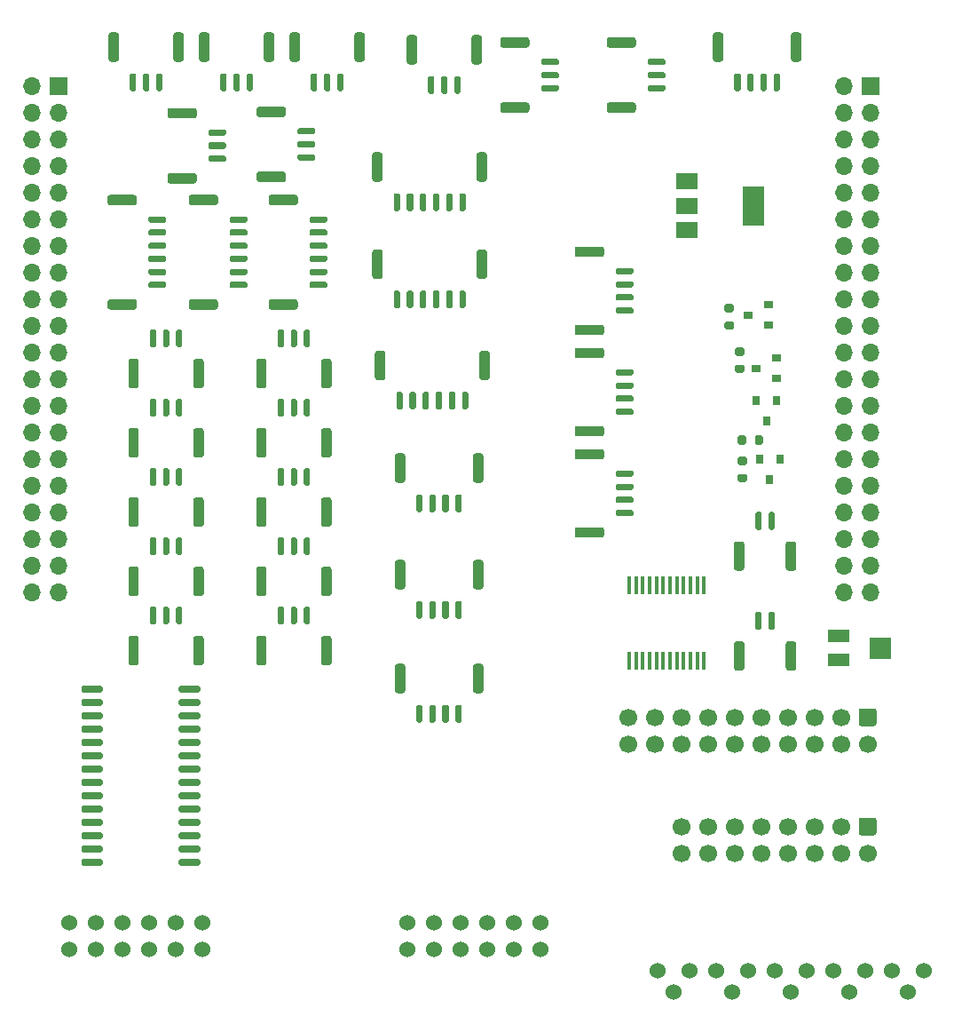
<source format=gts>
%TF.GenerationSoftware,KiCad,Pcbnew,5.99.0+really5.1.12+dfsg1-1~bpo11+1*%
%TF.CreationDate,2021-12-22T21:03:21+01:00*%
%TF.ProjectId,ConnectorCubeV2-A,436f6e6e-6563-4746-9f72-437562655632,rev?*%
%TF.SameCoordinates,Original*%
%TF.FileFunction,Soldermask,Top*%
%TF.FilePolarity,Negative*%
%FSLAX46Y46*%
G04 Gerber Fmt 4.6, Leading zero omitted, Abs format (unit mm)*
G04 Created by KiCad (PCBNEW 5.99.0+really5.1.12+dfsg1-1~bpo11+1) date 2021-12-22 21:03:21*
%MOMM*%
%LPD*%
G01*
G04 APERTURE LIST*
%ADD10C,1.700000*%
%ADD11C,1.524000*%
%ADD12O,1.700000X1.700000*%
%ADD13R,1.700000X1.700000*%
%ADD14R,0.800000X0.900000*%
%ADD15R,0.900000X0.800000*%
%ADD16R,2.000000X3.800000*%
%ADD17R,2.000000X1.500000*%
%ADD18R,2.000000X1.300000*%
%ADD19R,2.000000X2.000000*%
%ADD20R,0.450000X1.750000*%
G04 APERTURE END LIST*
%TO.C,J1203*%
G36*
G01*
X127999000Y-78736000D02*
X126599000Y-78736000D01*
G75*
G02*
X126449000Y-78586000I0J150000D01*
G01*
X126449000Y-78286000D01*
G75*
G02*
X126599000Y-78136000I150000J0D01*
G01*
X127999000Y-78136000D01*
G75*
G02*
X128149000Y-78286000I0J-150000D01*
G01*
X128149000Y-78586000D01*
G75*
G02*
X127999000Y-78736000I-150000J0D01*
G01*
G37*
G36*
G01*
X127999000Y-77486000D02*
X126599000Y-77486000D01*
G75*
G02*
X126449000Y-77336000I0J150000D01*
G01*
X126449000Y-77036000D01*
G75*
G02*
X126599000Y-76886000I150000J0D01*
G01*
X127999000Y-76886000D01*
G75*
G02*
X128149000Y-77036000I0J-150000D01*
G01*
X128149000Y-77336000D01*
G75*
G02*
X127999000Y-77486000I-150000J0D01*
G01*
G37*
G36*
G01*
X127999000Y-76236000D02*
X126599000Y-76236000D01*
G75*
G02*
X126449000Y-76086000I0J150000D01*
G01*
X126449000Y-75786000D01*
G75*
G02*
X126599000Y-75636000I150000J0D01*
G01*
X127999000Y-75636000D01*
G75*
G02*
X128149000Y-75786000I0J-150000D01*
G01*
X128149000Y-76086000D01*
G75*
G02*
X127999000Y-76236000I-150000J0D01*
G01*
G37*
G36*
G01*
X127999000Y-74986000D02*
X126599000Y-74986000D01*
G75*
G02*
X126449000Y-74836000I0J150000D01*
G01*
X126449000Y-74536000D01*
G75*
G02*
X126599000Y-74386000I150000J0D01*
G01*
X127999000Y-74386000D01*
G75*
G02*
X128149000Y-74536000I0J-150000D01*
G01*
X128149000Y-74836000D01*
G75*
G02*
X127999000Y-74986000I-150000J0D01*
G01*
G37*
G36*
G01*
X127999000Y-73736000D02*
X126599000Y-73736000D01*
G75*
G02*
X126449000Y-73586000I0J150000D01*
G01*
X126449000Y-73286000D01*
G75*
G02*
X126599000Y-73136000I150000J0D01*
G01*
X127999000Y-73136000D01*
G75*
G02*
X128149000Y-73286000I0J-150000D01*
G01*
X128149000Y-73586000D01*
G75*
G02*
X127999000Y-73736000I-150000J0D01*
G01*
G37*
G36*
G01*
X127999000Y-72486000D02*
X126599000Y-72486000D01*
G75*
G02*
X126449000Y-72336000I0J150000D01*
G01*
X126449000Y-72036000D01*
G75*
G02*
X126599000Y-71886000I150000J0D01*
G01*
X127999000Y-71886000D01*
G75*
G02*
X128149000Y-72036000I0J-150000D01*
G01*
X128149000Y-72336000D01*
G75*
G02*
X127999000Y-72486000I-150000J0D01*
G01*
G37*
G36*
G01*
X125099000Y-80786000D02*
X122799000Y-80786000D01*
G75*
G02*
X122549000Y-80536000I0J250000D01*
G01*
X122549000Y-80036000D01*
G75*
G02*
X122799000Y-79786000I250000J0D01*
G01*
X125099000Y-79786000D01*
G75*
G02*
X125349000Y-80036000I0J-250000D01*
G01*
X125349000Y-80536000D01*
G75*
G02*
X125099000Y-80786000I-250000J0D01*
G01*
G37*
G36*
G01*
X125099000Y-70836000D02*
X122799000Y-70836000D01*
G75*
G02*
X122549000Y-70586000I0J250000D01*
G01*
X122549000Y-70086000D01*
G75*
G02*
X122799000Y-69836000I250000J0D01*
G01*
X125099000Y-69836000D01*
G75*
G02*
X125349000Y-70086000I0J-250000D01*
G01*
X125349000Y-70586000D01*
G75*
G02*
X125099000Y-70836000I-250000J0D01*
G01*
G37*
%TD*%
%TO.C,J1010*%
G36*
G01*
X126518000Y-109237000D02*
X126518000Y-110637000D01*
G75*
G02*
X126368000Y-110787000I-150000J0D01*
G01*
X126068000Y-110787000D01*
G75*
G02*
X125918000Y-110637000I0J150000D01*
G01*
X125918000Y-109237000D01*
G75*
G02*
X126068000Y-109087000I150000J0D01*
G01*
X126368000Y-109087000D01*
G75*
G02*
X126518000Y-109237000I0J-150000D01*
G01*
G37*
G36*
G01*
X125268000Y-109237000D02*
X125268000Y-110637000D01*
G75*
G02*
X125118000Y-110787000I-150000J0D01*
G01*
X124818000Y-110787000D01*
G75*
G02*
X124668000Y-110637000I0J150000D01*
G01*
X124668000Y-109237000D01*
G75*
G02*
X124818000Y-109087000I150000J0D01*
G01*
X125118000Y-109087000D01*
G75*
G02*
X125268000Y-109237000I0J-150000D01*
G01*
G37*
G36*
G01*
X124018000Y-109237000D02*
X124018000Y-110637000D01*
G75*
G02*
X123868000Y-110787000I-150000J0D01*
G01*
X123568000Y-110787000D01*
G75*
G02*
X123418000Y-110637000I0J150000D01*
G01*
X123418000Y-109237000D01*
G75*
G02*
X123568000Y-109087000I150000J0D01*
G01*
X123868000Y-109087000D01*
G75*
G02*
X124018000Y-109237000I0J-150000D01*
G01*
G37*
G36*
G01*
X128568000Y-112137000D02*
X128568000Y-114437000D01*
G75*
G02*
X128318000Y-114687000I-250000J0D01*
G01*
X127818000Y-114687000D01*
G75*
G02*
X127568000Y-114437000I0J250000D01*
G01*
X127568000Y-112137000D01*
G75*
G02*
X127818000Y-111887000I250000J0D01*
G01*
X128318000Y-111887000D01*
G75*
G02*
X128568000Y-112137000I0J-250000D01*
G01*
G37*
G36*
G01*
X122368000Y-112137000D02*
X122368000Y-114437000D01*
G75*
G02*
X122118000Y-114687000I-250000J0D01*
G01*
X121618000Y-114687000D01*
G75*
G02*
X121368000Y-114437000I0J250000D01*
G01*
X121368000Y-112137000D01*
G75*
G02*
X121618000Y-111887000I250000J0D01*
G01*
X122118000Y-111887000D01*
G75*
G02*
X122368000Y-112137000I0J-250000D01*
G01*
G37*
%TD*%
%TO.C,J1007*%
G36*
G01*
X126518000Y-89425000D02*
X126518000Y-90825000D01*
G75*
G02*
X126368000Y-90975000I-150000J0D01*
G01*
X126068000Y-90975000D01*
G75*
G02*
X125918000Y-90825000I0J150000D01*
G01*
X125918000Y-89425000D01*
G75*
G02*
X126068000Y-89275000I150000J0D01*
G01*
X126368000Y-89275000D01*
G75*
G02*
X126518000Y-89425000I0J-150000D01*
G01*
G37*
G36*
G01*
X125268000Y-89425000D02*
X125268000Y-90825000D01*
G75*
G02*
X125118000Y-90975000I-150000J0D01*
G01*
X124818000Y-90975000D01*
G75*
G02*
X124668000Y-90825000I0J150000D01*
G01*
X124668000Y-89425000D01*
G75*
G02*
X124818000Y-89275000I150000J0D01*
G01*
X125118000Y-89275000D01*
G75*
G02*
X125268000Y-89425000I0J-150000D01*
G01*
G37*
G36*
G01*
X124018000Y-89425000D02*
X124018000Y-90825000D01*
G75*
G02*
X123868000Y-90975000I-150000J0D01*
G01*
X123568000Y-90975000D01*
G75*
G02*
X123418000Y-90825000I0J150000D01*
G01*
X123418000Y-89425000D01*
G75*
G02*
X123568000Y-89275000I150000J0D01*
G01*
X123868000Y-89275000D01*
G75*
G02*
X124018000Y-89425000I0J-150000D01*
G01*
G37*
G36*
G01*
X128568000Y-92325000D02*
X128568000Y-94625000D01*
G75*
G02*
X128318000Y-94875000I-250000J0D01*
G01*
X127818000Y-94875000D01*
G75*
G02*
X127568000Y-94625000I0J250000D01*
G01*
X127568000Y-92325000D01*
G75*
G02*
X127818000Y-92075000I250000J0D01*
G01*
X128318000Y-92075000D01*
G75*
G02*
X128568000Y-92325000I0J-250000D01*
G01*
G37*
G36*
G01*
X122368000Y-92325000D02*
X122368000Y-94625000D01*
G75*
G02*
X122118000Y-94875000I-250000J0D01*
G01*
X121618000Y-94875000D01*
G75*
G02*
X121368000Y-94625000I0J250000D01*
G01*
X121368000Y-92325000D01*
G75*
G02*
X121618000Y-92075000I250000J0D01*
G01*
X122118000Y-92075000D01*
G75*
G02*
X122368000Y-92325000I0J-250000D01*
G01*
G37*
%TD*%
%TO.C,J1004*%
G36*
G01*
X114326000Y-96029000D02*
X114326000Y-97429000D01*
G75*
G02*
X114176000Y-97579000I-150000J0D01*
G01*
X113876000Y-97579000D01*
G75*
G02*
X113726000Y-97429000I0J150000D01*
G01*
X113726000Y-96029000D01*
G75*
G02*
X113876000Y-95879000I150000J0D01*
G01*
X114176000Y-95879000D01*
G75*
G02*
X114326000Y-96029000I0J-150000D01*
G01*
G37*
G36*
G01*
X113076000Y-96029000D02*
X113076000Y-97429000D01*
G75*
G02*
X112926000Y-97579000I-150000J0D01*
G01*
X112626000Y-97579000D01*
G75*
G02*
X112476000Y-97429000I0J150000D01*
G01*
X112476000Y-96029000D01*
G75*
G02*
X112626000Y-95879000I150000J0D01*
G01*
X112926000Y-95879000D01*
G75*
G02*
X113076000Y-96029000I0J-150000D01*
G01*
G37*
G36*
G01*
X111826000Y-96029000D02*
X111826000Y-97429000D01*
G75*
G02*
X111676000Y-97579000I-150000J0D01*
G01*
X111376000Y-97579000D01*
G75*
G02*
X111226000Y-97429000I0J150000D01*
G01*
X111226000Y-96029000D01*
G75*
G02*
X111376000Y-95879000I150000J0D01*
G01*
X111676000Y-95879000D01*
G75*
G02*
X111826000Y-96029000I0J-150000D01*
G01*
G37*
G36*
G01*
X116376000Y-98929000D02*
X116376000Y-101229000D01*
G75*
G02*
X116126000Y-101479000I-250000J0D01*
G01*
X115626000Y-101479000D01*
G75*
G02*
X115376000Y-101229000I0J250000D01*
G01*
X115376000Y-98929000D01*
G75*
G02*
X115626000Y-98679000I250000J0D01*
G01*
X116126000Y-98679000D01*
G75*
G02*
X116376000Y-98929000I0J-250000D01*
G01*
G37*
G36*
G01*
X110176000Y-98929000D02*
X110176000Y-101229000D01*
G75*
G02*
X109926000Y-101479000I-250000J0D01*
G01*
X109426000Y-101479000D01*
G75*
G02*
X109176000Y-101229000I0J250000D01*
G01*
X109176000Y-98929000D01*
G75*
G02*
X109426000Y-98679000I250000J0D01*
G01*
X109926000Y-98679000D01*
G75*
G02*
X110176000Y-98929000I0J-250000D01*
G01*
G37*
%TD*%
%TO.C,J1005*%
G36*
G01*
X114326000Y-82821000D02*
X114326000Y-84221000D01*
G75*
G02*
X114176000Y-84371000I-150000J0D01*
G01*
X113876000Y-84371000D01*
G75*
G02*
X113726000Y-84221000I0J150000D01*
G01*
X113726000Y-82821000D01*
G75*
G02*
X113876000Y-82671000I150000J0D01*
G01*
X114176000Y-82671000D01*
G75*
G02*
X114326000Y-82821000I0J-150000D01*
G01*
G37*
G36*
G01*
X113076000Y-82821000D02*
X113076000Y-84221000D01*
G75*
G02*
X112926000Y-84371000I-150000J0D01*
G01*
X112626000Y-84371000D01*
G75*
G02*
X112476000Y-84221000I0J150000D01*
G01*
X112476000Y-82821000D01*
G75*
G02*
X112626000Y-82671000I150000J0D01*
G01*
X112926000Y-82671000D01*
G75*
G02*
X113076000Y-82821000I0J-150000D01*
G01*
G37*
G36*
G01*
X111826000Y-82821000D02*
X111826000Y-84221000D01*
G75*
G02*
X111676000Y-84371000I-150000J0D01*
G01*
X111376000Y-84371000D01*
G75*
G02*
X111226000Y-84221000I0J150000D01*
G01*
X111226000Y-82821000D01*
G75*
G02*
X111376000Y-82671000I150000J0D01*
G01*
X111676000Y-82671000D01*
G75*
G02*
X111826000Y-82821000I0J-150000D01*
G01*
G37*
G36*
G01*
X116376000Y-85721000D02*
X116376000Y-88021000D01*
G75*
G02*
X116126000Y-88271000I-250000J0D01*
G01*
X115626000Y-88271000D01*
G75*
G02*
X115376000Y-88021000I0J250000D01*
G01*
X115376000Y-85721000D01*
G75*
G02*
X115626000Y-85471000I250000J0D01*
G01*
X116126000Y-85471000D01*
G75*
G02*
X116376000Y-85721000I0J-250000D01*
G01*
G37*
G36*
G01*
X110176000Y-85721000D02*
X110176000Y-88021000D01*
G75*
G02*
X109926000Y-88271000I-250000J0D01*
G01*
X109426000Y-88271000D01*
G75*
G02*
X109176000Y-88021000I0J250000D01*
G01*
X109176000Y-85721000D01*
G75*
G02*
X109426000Y-85471000I250000J0D01*
G01*
X109926000Y-85471000D01*
G75*
G02*
X110176000Y-85721000I0J-250000D01*
G01*
G37*
%TD*%
%TO.C,J1008*%
G36*
G01*
X110176000Y-105533000D02*
X110176000Y-107833000D01*
G75*
G02*
X109926000Y-108083000I-250000J0D01*
G01*
X109426000Y-108083000D01*
G75*
G02*
X109176000Y-107833000I0J250000D01*
G01*
X109176000Y-105533000D01*
G75*
G02*
X109426000Y-105283000I250000J0D01*
G01*
X109926000Y-105283000D01*
G75*
G02*
X110176000Y-105533000I0J-250000D01*
G01*
G37*
G36*
G01*
X116376000Y-105533000D02*
X116376000Y-107833000D01*
G75*
G02*
X116126000Y-108083000I-250000J0D01*
G01*
X115626000Y-108083000D01*
G75*
G02*
X115376000Y-107833000I0J250000D01*
G01*
X115376000Y-105533000D01*
G75*
G02*
X115626000Y-105283000I250000J0D01*
G01*
X116126000Y-105283000D01*
G75*
G02*
X116376000Y-105533000I0J-250000D01*
G01*
G37*
G36*
G01*
X111826000Y-102633000D02*
X111826000Y-104033000D01*
G75*
G02*
X111676000Y-104183000I-150000J0D01*
G01*
X111376000Y-104183000D01*
G75*
G02*
X111226000Y-104033000I0J150000D01*
G01*
X111226000Y-102633000D01*
G75*
G02*
X111376000Y-102483000I150000J0D01*
G01*
X111676000Y-102483000D01*
G75*
G02*
X111826000Y-102633000I0J-150000D01*
G01*
G37*
G36*
G01*
X113076000Y-102633000D02*
X113076000Y-104033000D01*
G75*
G02*
X112926000Y-104183000I-150000J0D01*
G01*
X112626000Y-104183000D01*
G75*
G02*
X112476000Y-104033000I0J150000D01*
G01*
X112476000Y-102633000D01*
G75*
G02*
X112626000Y-102483000I150000J0D01*
G01*
X112926000Y-102483000D01*
G75*
G02*
X113076000Y-102633000I0J-150000D01*
G01*
G37*
G36*
G01*
X114326000Y-102633000D02*
X114326000Y-104033000D01*
G75*
G02*
X114176000Y-104183000I-150000J0D01*
G01*
X113876000Y-104183000D01*
G75*
G02*
X113726000Y-104033000I0J150000D01*
G01*
X113726000Y-102633000D01*
G75*
G02*
X113876000Y-102483000I150000J0D01*
G01*
X114176000Y-102483000D01*
G75*
G02*
X114326000Y-102633000I0J-150000D01*
G01*
G37*
%TD*%
%TO.C,J1009*%
G36*
G01*
X110176000Y-92325000D02*
X110176000Y-94625000D01*
G75*
G02*
X109926000Y-94875000I-250000J0D01*
G01*
X109426000Y-94875000D01*
G75*
G02*
X109176000Y-94625000I0J250000D01*
G01*
X109176000Y-92325000D01*
G75*
G02*
X109426000Y-92075000I250000J0D01*
G01*
X109926000Y-92075000D01*
G75*
G02*
X110176000Y-92325000I0J-250000D01*
G01*
G37*
G36*
G01*
X116376000Y-92325000D02*
X116376000Y-94625000D01*
G75*
G02*
X116126000Y-94875000I-250000J0D01*
G01*
X115626000Y-94875000D01*
G75*
G02*
X115376000Y-94625000I0J250000D01*
G01*
X115376000Y-92325000D01*
G75*
G02*
X115626000Y-92075000I250000J0D01*
G01*
X116126000Y-92075000D01*
G75*
G02*
X116376000Y-92325000I0J-250000D01*
G01*
G37*
G36*
G01*
X111826000Y-89425000D02*
X111826000Y-90825000D01*
G75*
G02*
X111676000Y-90975000I-150000J0D01*
G01*
X111376000Y-90975000D01*
G75*
G02*
X111226000Y-90825000I0J150000D01*
G01*
X111226000Y-89425000D01*
G75*
G02*
X111376000Y-89275000I150000J0D01*
G01*
X111676000Y-89275000D01*
G75*
G02*
X111826000Y-89425000I0J-150000D01*
G01*
G37*
G36*
G01*
X113076000Y-89425000D02*
X113076000Y-90825000D01*
G75*
G02*
X112926000Y-90975000I-150000J0D01*
G01*
X112626000Y-90975000D01*
G75*
G02*
X112476000Y-90825000I0J150000D01*
G01*
X112476000Y-89425000D01*
G75*
G02*
X112626000Y-89275000I150000J0D01*
G01*
X112926000Y-89275000D01*
G75*
G02*
X113076000Y-89425000I0J-150000D01*
G01*
G37*
G36*
G01*
X114326000Y-89425000D02*
X114326000Y-90825000D01*
G75*
G02*
X114176000Y-90975000I-150000J0D01*
G01*
X113876000Y-90975000D01*
G75*
G02*
X113726000Y-90825000I0J150000D01*
G01*
X113726000Y-89425000D01*
G75*
G02*
X113876000Y-89275000I150000J0D01*
G01*
X114176000Y-89275000D01*
G75*
G02*
X114326000Y-89425000I0J-150000D01*
G01*
G37*
%TD*%
%TO.C,J1012*%
G36*
G01*
X110176000Y-112137000D02*
X110176000Y-114437000D01*
G75*
G02*
X109926000Y-114687000I-250000J0D01*
G01*
X109426000Y-114687000D01*
G75*
G02*
X109176000Y-114437000I0J250000D01*
G01*
X109176000Y-112137000D01*
G75*
G02*
X109426000Y-111887000I250000J0D01*
G01*
X109926000Y-111887000D01*
G75*
G02*
X110176000Y-112137000I0J-250000D01*
G01*
G37*
G36*
G01*
X116376000Y-112137000D02*
X116376000Y-114437000D01*
G75*
G02*
X116126000Y-114687000I-250000J0D01*
G01*
X115626000Y-114687000D01*
G75*
G02*
X115376000Y-114437000I0J250000D01*
G01*
X115376000Y-112137000D01*
G75*
G02*
X115626000Y-111887000I250000J0D01*
G01*
X116126000Y-111887000D01*
G75*
G02*
X116376000Y-112137000I0J-250000D01*
G01*
G37*
G36*
G01*
X111826000Y-109237000D02*
X111826000Y-110637000D01*
G75*
G02*
X111676000Y-110787000I-150000J0D01*
G01*
X111376000Y-110787000D01*
G75*
G02*
X111226000Y-110637000I0J150000D01*
G01*
X111226000Y-109237000D01*
G75*
G02*
X111376000Y-109087000I150000J0D01*
G01*
X111676000Y-109087000D01*
G75*
G02*
X111826000Y-109237000I0J-150000D01*
G01*
G37*
G36*
G01*
X113076000Y-109237000D02*
X113076000Y-110637000D01*
G75*
G02*
X112926000Y-110787000I-150000J0D01*
G01*
X112626000Y-110787000D01*
G75*
G02*
X112476000Y-110637000I0J150000D01*
G01*
X112476000Y-109237000D01*
G75*
G02*
X112626000Y-109087000I150000J0D01*
G01*
X112926000Y-109087000D01*
G75*
G02*
X113076000Y-109237000I0J-150000D01*
G01*
G37*
G36*
G01*
X114326000Y-109237000D02*
X114326000Y-110637000D01*
G75*
G02*
X114176000Y-110787000I-150000J0D01*
G01*
X113876000Y-110787000D01*
G75*
G02*
X113726000Y-110637000I0J150000D01*
G01*
X113726000Y-109237000D01*
G75*
G02*
X113876000Y-109087000I150000J0D01*
G01*
X114176000Y-109087000D01*
G75*
G02*
X114326000Y-109237000I0J-150000D01*
G01*
G37*
%TD*%
%TO.C,J1003*%
G36*
G01*
X122368000Y-85721000D02*
X122368000Y-88021000D01*
G75*
G02*
X122118000Y-88271000I-250000J0D01*
G01*
X121618000Y-88271000D01*
G75*
G02*
X121368000Y-88021000I0J250000D01*
G01*
X121368000Y-85721000D01*
G75*
G02*
X121618000Y-85471000I250000J0D01*
G01*
X122118000Y-85471000D01*
G75*
G02*
X122368000Y-85721000I0J-250000D01*
G01*
G37*
G36*
G01*
X128568000Y-85721000D02*
X128568000Y-88021000D01*
G75*
G02*
X128318000Y-88271000I-250000J0D01*
G01*
X127818000Y-88271000D01*
G75*
G02*
X127568000Y-88021000I0J250000D01*
G01*
X127568000Y-85721000D01*
G75*
G02*
X127818000Y-85471000I250000J0D01*
G01*
X128318000Y-85471000D01*
G75*
G02*
X128568000Y-85721000I0J-250000D01*
G01*
G37*
G36*
G01*
X124018000Y-82821000D02*
X124018000Y-84221000D01*
G75*
G02*
X123868000Y-84371000I-150000J0D01*
G01*
X123568000Y-84371000D01*
G75*
G02*
X123418000Y-84221000I0J150000D01*
G01*
X123418000Y-82821000D01*
G75*
G02*
X123568000Y-82671000I150000J0D01*
G01*
X123868000Y-82671000D01*
G75*
G02*
X124018000Y-82821000I0J-150000D01*
G01*
G37*
G36*
G01*
X125268000Y-82821000D02*
X125268000Y-84221000D01*
G75*
G02*
X125118000Y-84371000I-150000J0D01*
G01*
X124818000Y-84371000D01*
G75*
G02*
X124668000Y-84221000I0J150000D01*
G01*
X124668000Y-82821000D01*
G75*
G02*
X124818000Y-82671000I150000J0D01*
G01*
X125118000Y-82671000D01*
G75*
G02*
X125268000Y-82821000I0J-150000D01*
G01*
G37*
G36*
G01*
X126518000Y-82821000D02*
X126518000Y-84221000D01*
G75*
G02*
X126368000Y-84371000I-150000J0D01*
G01*
X126068000Y-84371000D01*
G75*
G02*
X125918000Y-84221000I0J150000D01*
G01*
X125918000Y-82821000D01*
G75*
G02*
X126068000Y-82671000I150000J0D01*
G01*
X126368000Y-82671000D01*
G75*
G02*
X126518000Y-82821000I0J-150000D01*
G01*
G37*
%TD*%
%TO.C,J1011*%
G36*
G01*
X122368000Y-98929000D02*
X122368000Y-101229000D01*
G75*
G02*
X122118000Y-101479000I-250000J0D01*
G01*
X121618000Y-101479000D01*
G75*
G02*
X121368000Y-101229000I0J250000D01*
G01*
X121368000Y-98929000D01*
G75*
G02*
X121618000Y-98679000I250000J0D01*
G01*
X122118000Y-98679000D01*
G75*
G02*
X122368000Y-98929000I0J-250000D01*
G01*
G37*
G36*
G01*
X128568000Y-98929000D02*
X128568000Y-101229000D01*
G75*
G02*
X128318000Y-101479000I-250000J0D01*
G01*
X127818000Y-101479000D01*
G75*
G02*
X127568000Y-101229000I0J250000D01*
G01*
X127568000Y-98929000D01*
G75*
G02*
X127818000Y-98679000I250000J0D01*
G01*
X128318000Y-98679000D01*
G75*
G02*
X128568000Y-98929000I0J-250000D01*
G01*
G37*
G36*
G01*
X124018000Y-96029000D02*
X124018000Y-97429000D01*
G75*
G02*
X123868000Y-97579000I-150000J0D01*
G01*
X123568000Y-97579000D01*
G75*
G02*
X123418000Y-97429000I0J150000D01*
G01*
X123418000Y-96029000D01*
G75*
G02*
X123568000Y-95879000I150000J0D01*
G01*
X123868000Y-95879000D01*
G75*
G02*
X124018000Y-96029000I0J-150000D01*
G01*
G37*
G36*
G01*
X125268000Y-96029000D02*
X125268000Y-97429000D01*
G75*
G02*
X125118000Y-97579000I-150000J0D01*
G01*
X124818000Y-97579000D01*
G75*
G02*
X124668000Y-97429000I0J150000D01*
G01*
X124668000Y-96029000D01*
G75*
G02*
X124818000Y-95879000I150000J0D01*
G01*
X125118000Y-95879000D01*
G75*
G02*
X125268000Y-96029000I0J-150000D01*
G01*
G37*
G36*
G01*
X126518000Y-96029000D02*
X126518000Y-97429000D01*
G75*
G02*
X126368000Y-97579000I-150000J0D01*
G01*
X126068000Y-97579000D01*
G75*
G02*
X125918000Y-97429000I0J150000D01*
G01*
X125918000Y-96029000D01*
G75*
G02*
X126068000Y-95879000I150000J0D01*
G01*
X126368000Y-95879000D01*
G75*
G02*
X126518000Y-96029000I0J-150000D01*
G01*
G37*
%TD*%
%TO.C,J1006*%
G36*
G01*
X126518000Y-102633000D02*
X126518000Y-104033000D01*
G75*
G02*
X126368000Y-104183000I-150000J0D01*
G01*
X126068000Y-104183000D01*
G75*
G02*
X125918000Y-104033000I0J150000D01*
G01*
X125918000Y-102633000D01*
G75*
G02*
X126068000Y-102483000I150000J0D01*
G01*
X126368000Y-102483000D01*
G75*
G02*
X126518000Y-102633000I0J-150000D01*
G01*
G37*
G36*
G01*
X125268000Y-102633000D02*
X125268000Y-104033000D01*
G75*
G02*
X125118000Y-104183000I-150000J0D01*
G01*
X124818000Y-104183000D01*
G75*
G02*
X124668000Y-104033000I0J150000D01*
G01*
X124668000Y-102633000D01*
G75*
G02*
X124818000Y-102483000I150000J0D01*
G01*
X125118000Y-102483000D01*
G75*
G02*
X125268000Y-102633000I0J-150000D01*
G01*
G37*
G36*
G01*
X124018000Y-102633000D02*
X124018000Y-104033000D01*
G75*
G02*
X123868000Y-104183000I-150000J0D01*
G01*
X123568000Y-104183000D01*
G75*
G02*
X123418000Y-104033000I0J150000D01*
G01*
X123418000Y-102633000D01*
G75*
G02*
X123568000Y-102483000I150000J0D01*
G01*
X123868000Y-102483000D01*
G75*
G02*
X124018000Y-102633000I0J-150000D01*
G01*
G37*
G36*
G01*
X128568000Y-105533000D02*
X128568000Y-107833000D01*
G75*
G02*
X128318000Y-108083000I-250000J0D01*
G01*
X127818000Y-108083000D01*
G75*
G02*
X127568000Y-107833000I0J250000D01*
G01*
X127568000Y-105533000D01*
G75*
G02*
X127818000Y-105283000I250000J0D01*
G01*
X128318000Y-105283000D01*
G75*
G02*
X128568000Y-105533000I0J-250000D01*
G01*
G37*
G36*
G01*
X122368000Y-105533000D02*
X122368000Y-107833000D01*
G75*
G02*
X122118000Y-108083000I-250000J0D01*
G01*
X121618000Y-108083000D01*
G75*
G02*
X121368000Y-107833000I0J250000D01*
G01*
X121368000Y-105533000D01*
G75*
G02*
X121618000Y-105283000I250000J0D01*
G01*
X122118000Y-105283000D01*
G75*
G02*
X122368000Y-105533000I0J-250000D01*
G01*
G37*
%TD*%
%TO.C,U1101*%
G36*
G01*
X116038000Y-133327000D02*
X116038000Y-133627000D01*
G75*
G02*
X115888000Y-133777000I-150000J0D01*
G01*
X114138000Y-133777000D01*
G75*
G02*
X113988000Y-133627000I0J150000D01*
G01*
X113988000Y-133327000D01*
G75*
G02*
X114138000Y-133177000I150000J0D01*
G01*
X115888000Y-133177000D01*
G75*
G02*
X116038000Y-133327000I0J-150000D01*
G01*
G37*
G36*
G01*
X116038000Y-132057000D02*
X116038000Y-132357000D01*
G75*
G02*
X115888000Y-132507000I-150000J0D01*
G01*
X114138000Y-132507000D01*
G75*
G02*
X113988000Y-132357000I0J150000D01*
G01*
X113988000Y-132057000D01*
G75*
G02*
X114138000Y-131907000I150000J0D01*
G01*
X115888000Y-131907000D01*
G75*
G02*
X116038000Y-132057000I0J-150000D01*
G01*
G37*
G36*
G01*
X116038000Y-130787000D02*
X116038000Y-131087000D01*
G75*
G02*
X115888000Y-131237000I-150000J0D01*
G01*
X114138000Y-131237000D01*
G75*
G02*
X113988000Y-131087000I0J150000D01*
G01*
X113988000Y-130787000D01*
G75*
G02*
X114138000Y-130637000I150000J0D01*
G01*
X115888000Y-130637000D01*
G75*
G02*
X116038000Y-130787000I0J-150000D01*
G01*
G37*
G36*
G01*
X116038000Y-129517000D02*
X116038000Y-129817000D01*
G75*
G02*
X115888000Y-129967000I-150000J0D01*
G01*
X114138000Y-129967000D01*
G75*
G02*
X113988000Y-129817000I0J150000D01*
G01*
X113988000Y-129517000D01*
G75*
G02*
X114138000Y-129367000I150000J0D01*
G01*
X115888000Y-129367000D01*
G75*
G02*
X116038000Y-129517000I0J-150000D01*
G01*
G37*
G36*
G01*
X116038000Y-128247000D02*
X116038000Y-128547000D01*
G75*
G02*
X115888000Y-128697000I-150000J0D01*
G01*
X114138000Y-128697000D01*
G75*
G02*
X113988000Y-128547000I0J150000D01*
G01*
X113988000Y-128247000D01*
G75*
G02*
X114138000Y-128097000I150000J0D01*
G01*
X115888000Y-128097000D01*
G75*
G02*
X116038000Y-128247000I0J-150000D01*
G01*
G37*
G36*
G01*
X116038000Y-126977000D02*
X116038000Y-127277000D01*
G75*
G02*
X115888000Y-127427000I-150000J0D01*
G01*
X114138000Y-127427000D01*
G75*
G02*
X113988000Y-127277000I0J150000D01*
G01*
X113988000Y-126977000D01*
G75*
G02*
X114138000Y-126827000I150000J0D01*
G01*
X115888000Y-126827000D01*
G75*
G02*
X116038000Y-126977000I0J-150000D01*
G01*
G37*
G36*
G01*
X116038000Y-125707000D02*
X116038000Y-126007000D01*
G75*
G02*
X115888000Y-126157000I-150000J0D01*
G01*
X114138000Y-126157000D01*
G75*
G02*
X113988000Y-126007000I0J150000D01*
G01*
X113988000Y-125707000D01*
G75*
G02*
X114138000Y-125557000I150000J0D01*
G01*
X115888000Y-125557000D01*
G75*
G02*
X116038000Y-125707000I0J-150000D01*
G01*
G37*
G36*
G01*
X116038000Y-124437000D02*
X116038000Y-124737000D01*
G75*
G02*
X115888000Y-124887000I-150000J0D01*
G01*
X114138000Y-124887000D01*
G75*
G02*
X113988000Y-124737000I0J150000D01*
G01*
X113988000Y-124437000D01*
G75*
G02*
X114138000Y-124287000I150000J0D01*
G01*
X115888000Y-124287000D01*
G75*
G02*
X116038000Y-124437000I0J-150000D01*
G01*
G37*
G36*
G01*
X116038000Y-123167000D02*
X116038000Y-123467000D01*
G75*
G02*
X115888000Y-123617000I-150000J0D01*
G01*
X114138000Y-123617000D01*
G75*
G02*
X113988000Y-123467000I0J150000D01*
G01*
X113988000Y-123167000D01*
G75*
G02*
X114138000Y-123017000I150000J0D01*
G01*
X115888000Y-123017000D01*
G75*
G02*
X116038000Y-123167000I0J-150000D01*
G01*
G37*
G36*
G01*
X116038000Y-121897000D02*
X116038000Y-122197000D01*
G75*
G02*
X115888000Y-122347000I-150000J0D01*
G01*
X114138000Y-122347000D01*
G75*
G02*
X113988000Y-122197000I0J150000D01*
G01*
X113988000Y-121897000D01*
G75*
G02*
X114138000Y-121747000I150000J0D01*
G01*
X115888000Y-121747000D01*
G75*
G02*
X116038000Y-121897000I0J-150000D01*
G01*
G37*
G36*
G01*
X116038000Y-120627000D02*
X116038000Y-120927000D01*
G75*
G02*
X115888000Y-121077000I-150000J0D01*
G01*
X114138000Y-121077000D01*
G75*
G02*
X113988000Y-120927000I0J150000D01*
G01*
X113988000Y-120627000D01*
G75*
G02*
X114138000Y-120477000I150000J0D01*
G01*
X115888000Y-120477000D01*
G75*
G02*
X116038000Y-120627000I0J-150000D01*
G01*
G37*
G36*
G01*
X116038000Y-119357000D02*
X116038000Y-119657000D01*
G75*
G02*
X115888000Y-119807000I-150000J0D01*
G01*
X114138000Y-119807000D01*
G75*
G02*
X113988000Y-119657000I0J150000D01*
G01*
X113988000Y-119357000D01*
G75*
G02*
X114138000Y-119207000I150000J0D01*
G01*
X115888000Y-119207000D01*
G75*
G02*
X116038000Y-119357000I0J-150000D01*
G01*
G37*
G36*
G01*
X116038000Y-118087000D02*
X116038000Y-118387000D01*
G75*
G02*
X115888000Y-118537000I-150000J0D01*
G01*
X114138000Y-118537000D01*
G75*
G02*
X113988000Y-118387000I0J150000D01*
G01*
X113988000Y-118087000D01*
G75*
G02*
X114138000Y-117937000I150000J0D01*
G01*
X115888000Y-117937000D01*
G75*
G02*
X116038000Y-118087000I0J-150000D01*
G01*
G37*
G36*
G01*
X116038000Y-116817000D02*
X116038000Y-117117000D01*
G75*
G02*
X115888000Y-117267000I-150000J0D01*
G01*
X114138000Y-117267000D01*
G75*
G02*
X113988000Y-117117000I0J150000D01*
G01*
X113988000Y-116817000D01*
G75*
G02*
X114138000Y-116667000I150000J0D01*
G01*
X115888000Y-116667000D01*
G75*
G02*
X116038000Y-116817000I0J-150000D01*
G01*
G37*
G36*
G01*
X106738000Y-116817000D02*
X106738000Y-117117000D01*
G75*
G02*
X106588000Y-117267000I-150000J0D01*
G01*
X104838000Y-117267000D01*
G75*
G02*
X104688000Y-117117000I0J150000D01*
G01*
X104688000Y-116817000D01*
G75*
G02*
X104838000Y-116667000I150000J0D01*
G01*
X106588000Y-116667000D01*
G75*
G02*
X106738000Y-116817000I0J-150000D01*
G01*
G37*
G36*
G01*
X106738000Y-118087000D02*
X106738000Y-118387000D01*
G75*
G02*
X106588000Y-118537000I-150000J0D01*
G01*
X104838000Y-118537000D01*
G75*
G02*
X104688000Y-118387000I0J150000D01*
G01*
X104688000Y-118087000D01*
G75*
G02*
X104838000Y-117937000I150000J0D01*
G01*
X106588000Y-117937000D01*
G75*
G02*
X106738000Y-118087000I0J-150000D01*
G01*
G37*
G36*
G01*
X106738000Y-119357000D02*
X106738000Y-119657000D01*
G75*
G02*
X106588000Y-119807000I-150000J0D01*
G01*
X104838000Y-119807000D01*
G75*
G02*
X104688000Y-119657000I0J150000D01*
G01*
X104688000Y-119357000D01*
G75*
G02*
X104838000Y-119207000I150000J0D01*
G01*
X106588000Y-119207000D01*
G75*
G02*
X106738000Y-119357000I0J-150000D01*
G01*
G37*
G36*
G01*
X106738000Y-120627000D02*
X106738000Y-120927000D01*
G75*
G02*
X106588000Y-121077000I-150000J0D01*
G01*
X104838000Y-121077000D01*
G75*
G02*
X104688000Y-120927000I0J150000D01*
G01*
X104688000Y-120627000D01*
G75*
G02*
X104838000Y-120477000I150000J0D01*
G01*
X106588000Y-120477000D01*
G75*
G02*
X106738000Y-120627000I0J-150000D01*
G01*
G37*
G36*
G01*
X106738000Y-121897000D02*
X106738000Y-122197000D01*
G75*
G02*
X106588000Y-122347000I-150000J0D01*
G01*
X104838000Y-122347000D01*
G75*
G02*
X104688000Y-122197000I0J150000D01*
G01*
X104688000Y-121897000D01*
G75*
G02*
X104838000Y-121747000I150000J0D01*
G01*
X106588000Y-121747000D01*
G75*
G02*
X106738000Y-121897000I0J-150000D01*
G01*
G37*
G36*
G01*
X106738000Y-123167000D02*
X106738000Y-123467000D01*
G75*
G02*
X106588000Y-123617000I-150000J0D01*
G01*
X104838000Y-123617000D01*
G75*
G02*
X104688000Y-123467000I0J150000D01*
G01*
X104688000Y-123167000D01*
G75*
G02*
X104838000Y-123017000I150000J0D01*
G01*
X106588000Y-123017000D01*
G75*
G02*
X106738000Y-123167000I0J-150000D01*
G01*
G37*
G36*
G01*
X106738000Y-124437000D02*
X106738000Y-124737000D01*
G75*
G02*
X106588000Y-124887000I-150000J0D01*
G01*
X104838000Y-124887000D01*
G75*
G02*
X104688000Y-124737000I0J150000D01*
G01*
X104688000Y-124437000D01*
G75*
G02*
X104838000Y-124287000I150000J0D01*
G01*
X106588000Y-124287000D01*
G75*
G02*
X106738000Y-124437000I0J-150000D01*
G01*
G37*
G36*
G01*
X106738000Y-125707000D02*
X106738000Y-126007000D01*
G75*
G02*
X106588000Y-126157000I-150000J0D01*
G01*
X104838000Y-126157000D01*
G75*
G02*
X104688000Y-126007000I0J150000D01*
G01*
X104688000Y-125707000D01*
G75*
G02*
X104838000Y-125557000I150000J0D01*
G01*
X106588000Y-125557000D01*
G75*
G02*
X106738000Y-125707000I0J-150000D01*
G01*
G37*
G36*
G01*
X106738000Y-126977000D02*
X106738000Y-127277000D01*
G75*
G02*
X106588000Y-127427000I-150000J0D01*
G01*
X104838000Y-127427000D01*
G75*
G02*
X104688000Y-127277000I0J150000D01*
G01*
X104688000Y-126977000D01*
G75*
G02*
X104838000Y-126827000I150000J0D01*
G01*
X106588000Y-126827000D01*
G75*
G02*
X106738000Y-126977000I0J-150000D01*
G01*
G37*
G36*
G01*
X106738000Y-128247000D02*
X106738000Y-128547000D01*
G75*
G02*
X106588000Y-128697000I-150000J0D01*
G01*
X104838000Y-128697000D01*
G75*
G02*
X104688000Y-128547000I0J150000D01*
G01*
X104688000Y-128247000D01*
G75*
G02*
X104838000Y-128097000I150000J0D01*
G01*
X106588000Y-128097000D01*
G75*
G02*
X106738000Y-128247000I0J-150000D01*
G01*
G37*
G36*
G01*
X106738000Y-129517000D02*
X106738000Y-129817000D01*
G75*
G02*
X106588000Y-129967000I-150000J0D01*
G01*
X104838000Y-129967000D01*
G75*
G02*
X104688000Y-129817000I0J150000D01*
G01*
X104688000Y-129517000D01*
G75*
G02*
X104838000Y-129367000I150000J0D01*
G01*
X106588000Y-129367000D01*
G75*
G02*
X106738000Y-129517000I0J-150000D01*
G01*
G37*
G36*
G01*
X106738000Y-130787000D02*
X106738000Y-131087000D01*
G75*
G02*
X106588000Y-131237000I-150000J0D01*
G01*
X104838000Y-131237000D01*
G75*
G02*
X104688000Y-131087000I0J150000D01*
G01*
X104688000Y-130787000D01*
G75*
G02*
X104838000Y-130637000I150000J0D01*
G01*
X106588000Y-130637000D01*
G75*
G02*
X106738000Y-130787000I0J-150000D01*
G01*
G37*
G36*
G01*
X106738000Y-132057000D02*
X106738000Y-132357000D01*
G75*
G02*
X106588000Y-132507000I-150000J0D01*
G01*
X104838000Y-132507000D01*
G75*
G02*
X104688000Y-132357000I0J150000D01*
G01*
X104688000Y-132057000D01*
G75*
G02*
X104838000Y-131907000I150000J0D01*
G01*
X106588000Y-131907000D01*
G75*
G02*
X106738000Y-132057000I0J-150000D01*
G01*
G37*
G36*
G01*
X106738000Y-133327000D02*
X106738000Y-133627000D01*
G75*
G02*
X106588000Y-133777000I-150000J0D01*
G01*
X104838000Y-133777000D01*
G75*
G02*
X104688000Y-133627000I0J150000D01*
G01*
X104688000Y-133327000D01*
G75*
G02*
X104838000Y-133177000I150000J0D01*
G01*
X106588000Y-133177000D01*
G75*
G02*
X106738000Y-133327000I0J-150000D01*
G01*
G37*
%TD*%
%TO.C,K702*%
G36*
G01*
X147197000Y-55820000D02*
X144897000Y-55820000D01*
G75*
G02*
X144647000Y-55570000I0J250000D01*
G01*
X144647000Y-55070000D01*
G75*
G02*
X144897000Y-54820000I250000J0D01*
G01*
X147197000Y-54820000D01*
G75*
G02*
X147447000Y-55070000I0J-250000D01*
G01*
X147447000Y-55570000D01*
G75*
G02*
X147197000Y-55820000I-250000J0D01*
G01*
G37*
G36*
G01*
X147197000Y-62020000D02*
X144897000Y-62020000D01*
G75*
G02*
X144647000Y-61770000I0J250000D01*
G01*
X144647000Y-61270000D01*
G75*
G02*
X144897000Y-61020000I250000J0D01*
G01*
X147197000Y-61020000D01*
G75*
G02*
X147447000Y-61270000I0J-250000D01*
G01*
X147447000Y-61770000D01*
G75*
G02*
X147197000Y-62020000I-250000J0D01*
G01*
G37*
G36*
G01*
X150097000Y-57470000D02*
X148697000Y-57470000D01*
G75*
G02*
X148547000Y-57320000I0J150000D01*
G01*
X148547000Y-57020000D01*
G75*
G02*
X148697000Y-56870000I150000J0D01*
G01*
X150097000Y-56870000D01*
G75*
G02*
X150247000Y-57020000I0J-150000D01*
G01*
X150247000Y-57320000D01*
G75*
G02*
X150097000Y-57470000I-150000J0D01*
G01*
G37*
G36*
G01*
X150097000Y-58720000D02*
X148697000Y-58720000D01*
G75*
G02*
X148547000Y-58570000I0J150000D01*
G01*
X148547000Y-58270000D01*
G75*
G02*
X148697000Y-58120000I150000J0D01*
G01*
X150097000Y-58120000D01*
G75*
G02*
X150247000Y-58270000I0J-150000D01*
G01*
X150247000Y-58570000D01*
G75*
G02*
X150097000Y-58720000I-150000J0D01*
G01*
G37*
G36*
G01*
X150097000Y-59970000D02*
X148697000Y-59970000D01*
G75*
G02*
X148547000Y-59820000I0J150000D01*
G01*
X148547000Y-59520000D01*
G75*
G02*
X148697000Y-59370000I150000J0D01*
G01*
X150097000Y-59370000D01*
G75*
G02*
X150247000Y-59520000I0J-150000D01*
G01*
X150247000Y-59820000D01*
G75*
G02*
X150097000Y-59970000I-150000J0D01*
G01*
G37*
%TD*%
%TO.C,J501*%
G36*
G01*
X166989000Y-59800000D02*
X166989000Y-58400000D01*
G75*
G02*
X167139000Y-58250000I150000J0D01*
G01*
X167439000Y-58250000D01*
G75*
G02*
X167589000Y-58400000I0J-150000D01*
G01*
X167589000Y-59800000D01*
G75*
G02*
X167439000Y-59950000I-150000J0D01*
G01*
X167139000Y-59950000D01*
G75*
G02*
X166989000Y-59800000I0J150000D01*
G01*
G37*
G36*
G01*
X168239000Y-59800000D02*
X168239000Y-58400000D01*
G75*
G02*
X168389000Y-58250000I150000J0D01*
G01*
X168689000Y-58250000D01*
G75*
G02*
X168839000Y-58400000I0J-150000D01*
G01*
X168839000Y-59800000D01*
G75*
G02*
X168689000Y-59950000I-150000J0D01*
G01*
X168389000Y-59950000D01*
G75*
G02*
X168239000Y-59800000I0J150000D01*
G01*
G37*
G36*
G01*
X169489000Y-59800000D02*
X169489000Y-58400000D01*
G75*
G02*
X169639000Y-58250000I150000J0D01*
G01*
X169939000Y-58250000D01*
G75*
G02*
X170089000Y-58400000I0J-150000D01*
G01*
X170089000Y-59800000D01*
G75*
G02*
X169939000Y-59950000I-150000J0D01*
G01*
X169639000Y-59950000D01*
G75*
G02*
X169489000Y-59800000I0J150000D01*
G01*
G37*
G36*
G01*
X170739000Y-59800000D02*
X170739000Y-58400000D01*
G75*
G02*
X170889000Y-58250000I150000J0D01*
G01*
X171189000Y-58250000D01*
G75*
G02*
X171339000Y-58400000I0J-150000D01*
G01*
X171339000Y-59800000D01*
G75*
G02*
X171189000Y-59950000I-150000J0D01*
G01*
X170889000Y-59950000D01*
G75*
G02*
X170739000Y-59800000I0J150000D01*
G01*
G37*
G36*
G01*
X164939000Y-56900000D02*
X164939000Y-54600000D01*
G75*
G02*
X165189000Y-54350000I250000J0D01*
G01*
X165689000Y-54350000D01*
G75*
G02*
X165939000Y-54600000I0J-250000D01*
G01*
X165939000Y-56900000D01*
G75*
G02*
X165689000Y-57150000I-250000J0D01*
G01*
X165189000Y-57150000D01*
G75*
G02*
X164939000Y-56900000I0J250000D01*
G01*
G37*
G36*
G01*
X172389000Y-56900000D02*
X172389000Y-54600000D01*
G75*
G02*
X172639000Y-54350000I250000J0D01*
G01*
X173139000Y-54350000D01*
G75*
G02*
X173389000Y-54600000I0J-250000D01*
G01*
X173389000Y-56900000D01*
G75*
G02*
X173139000Y-57150000I-250000J0D01*
G01*
X172639000Y-57150000D01*
G75*
G02*
X172389000Y-56900000I0J250000D01*
G01*
G37*
%TD*%
%TO.C,J302*%
G36*
G01*
X179105000Y-118784000D02*
X180305000Y-118784000D01*
G75*
G02*
X180555000Y-119034000I0J-250000D01*
G01*
X180555000Y-120234000D01*
G75*
G02*
X180305000Y-120484000I-250000J0D01*
G01*
X179105000Y-120484000D01*
G75*
G02*
X178855000Y-120234000I0J250000D01*
G01*
X178855000Y-119034000D01*
G75*
G02*
X179105000Y-118784000I250000J0D01*
G01*
G37*
D10*
X177165000Y-119634000D03*
X174625000Y-119634000D03*
X172085000Y-119634000D03*
X169545000Y-119634000D03*
X167005000Y-119634000D03*
X164465000Y-119634000D03*
X161925000Y-119634000D03*
X159385000Y-119634000D03*
X156845000Y-119634000D03*
X179705000Y-122174000D03*
X177165000Y-122174000D03*
X174625000Y-122174000D03*
X172085000Y-122174000D03*
X169545000Y-122174000D03*
X167005000Y-122174000D03*
X164465000Y-122174000D03*
X161925000Y-122174000D03*
X159385000Y-122174000D03*
X156845000Y-122174000D03*
%TD*%
%TO.C,J201*%
G36*
G01*
X142036000Y-97032000D02*
X142036000Y-94732000D01*
G75*
G02*
X142286000Y-94482000I250000J0D01*
G01*
X142786000Y-94482000D01*
G75*
G02*
X143036000Y-94732000I0J-250000D01*
G01*
X143036000Y-97032000D01*
G75*
G02*
X142786000Y-97282000I-250000J0D01*
G01*
X142286000Y-97282000D01*
G75*
G02*
X142036000Y-97032000I0J250000D01*
G01*
G37*
G36*
G01*
X134586000Y-97032000D02*
X134586000Y-94732000D01*
G75*
G02*
X134836000Y-94482000I250000J0D01*
G01*
X135336000Y-94482000D01*
G75*
G02*
X135586000Y-94732000I0J-250000D01*
G01*
X135586000Y-97032000D01*
G75*
G02*
X135336000Y-97282000I-250000J0D01*
G01*
X134836000Y-97282000D01*
G75*
G02*
X134586000Y-97032000I0J250000D01*
G01*
G37*
G36*
G01*
X140386000Y-99932000D02*
X140386000Y-98532000D01*
G75*
G02*
X140536000Y-98382000I150000J0D01*
G01*
X140836000Y-98382000D01*
G75*
G02*
X140986000Y-98532000I0J-150000D01*
G01*
X140986000Y-99932000D01*
G75*
G02*
X140836000Y-100082000I-150000J0D01*
G01*
X140536000Y-100082000D01*
G75*
G02*
X140386000Y-99932000I0J150000D01*
G01*
G37*
G36*
G01*
X139136000Y-99932000D02*
X139136000Y-98532000D01*
G75*
G02*
X139286000Y-98382000I150000J0D01*
G01*
X139586000Y-98382000D01*
G75*
G02*
X139736000Y-98532000I0J-150000D01*
G01*
X139736000Y-99932000D01*
G75*
G02*
X139586000Y-100082000I-150000J0D01*
G01*
X139286000Y-100082000D01*
G75*
G02*
X139136000Y-99932000I0J150000D01*
G01*
G37*
G36*
G01*
X137886000Y-99932000D02*
X137886000Y-98532000D01*
G75*
G02*
X138036000Y-98382000I150000J0D01*
G01*
X138336000Y-98382000D01*
G75*
G02*
X138486000Y-98532000I0J-150000D01*
G01*
X138486000Y-99932000D01*
G75*
G02*
X138336000Y-100082000I-150000J0D01*
G01*
X138036000Y-100082000D01*
G75*
G02*
X137886000Y-99932000I0J150000D01*
G01*
G37*
G36*
G01*
X136636000Y-99932000D02*
X136636000Y-98532000D01*
G75*
G02*
X136786000Y-98382000I150000J0D01*
G01*
X137086000Y-98382000D01*
G75*
G02*
X137236000Y-98532000I0J-150000D01*
G01*
X137236000Y-99932000D01*
G75*
G02*
X137086000Y-100082000I-150000J0D01*
G01*
X136786000Y-100082000D01*
G75*
G02*
X136636000Y-99932000I0J150000D01*
G01*
G37*
%TD*%
D11*
%TO.C,U1103*%
X138303000Y-141732000D03*
X140843000Y-141732000D03*
X143383000Y-141732000D03*
X145923000Y-141732000D03*
X148463000Y-141732000D03*
X135763000Y-141732000D03*
X135763000Y-139192000D03*
X138303000Y-139192000D03*
X140843000Y-139192000D03*
X143383000Y-139192000D03*
X145923000Y-139192000D03*
X148463000Y-139192000D03*
%TD*%
%TO.C,U1102*%
X116205000Y-139192000D03*
X113665000Y-139192000D03*
X111125000Y-139192000D03*
X108585000Y-139192000D03*
X106045000Y-139192000D03*
X103505000Y-139192000D03*
X103505000Y-141732000D03*
X116205000Y-141732000D03*
X113665000Y-141732000D03*
X111125000Y-141732000D03*
X108585000Y-141732000D03*
X106045000Y-141732000D03*
%TD*%
%TO.C,J401*%
G36*
G01*
X126856000Y-66574000D02*
X125456000Y-66574000D01*
G75*
G02*
X125306000Y-66424000I0J150000D01*
G01*
X125306000Y-66124000D01*
G75*
G02*
X125456000Y-65974000I150000J0D01*
G01*
X126856000Y-65974000D01*
G75*
G02*
X127006000Y-66124000I0J-150000D01*
G01*
X127006000Y-66424000D01*
G75*
G02*
X126856000Y-66574000I-150000J0D01*
G01*
G37*
G36*
G01*
X126856000Y-65324000D02*
X125456000Y-65324000D01*
G75*
G02*
X125306000Y-65174000I0J150000D01*
G01*
X125306000Y-64874000D01*
G75*
G02*
X125456000Y-64724000I150000J0D01*
G01*
X126856000Y-64724000D01*
G75*
G02*
X127006000Y-64874000I0J-150000D01*
G01*
X127006000Y-65174000D01*
G75*
G02*
X126856000Y-65324000I-150000J0D01*
G01*
G37*
G36*
G01*
X126856000Y-64074000D02*
X125456000Y-64074000D01*
G75*
G02*
X125306000Y-63924000I0J150000D01*
G01*
X125306000Y-63624000D01*
G75*
G02*
X125456000Y-63474000I150000J0D01*
G01*
X126856000Y-63474000D01*
G75*
G02*
X127006000Y-63624000I0J-150000D01*
G01*
X127006000Y-63924000D01*
G75*
G02*
X126856000Y-64074000I-150000J0D01*
G01*
G37*
G36*
G01*
X123956000Y-68624000D02*
X121656000Y-68624000D01*
G75*
G02*
X121406000Y-68374000I0J250000D01*
G01*
X121406000Y-67874000D01*
G75*
G02*
X121656000Y-67624000I250000J0D01*
G01*
X123956000Y-67624000D01*
G75*
G02*
X124206000Y-67874000I0J-250000D01*
G01*
X124206000Y-68374000D01*
G75*
G02*
X123956000Y-68624000I-250000J0D01*
G01*
G37*
G36*
G01*
X123956000Y-62424000D02*
X121656000Y-62424000D01*
G75*
G02*
X121406000Y-62174000I0J250000D01*
G01*
X121406000Y-61674000D01*
G75*
G02*
X121656000Y-61424000I250000J0D01*
G01*
X123956000Y-61424000D01*
G75*
G02*
X124206000Y-61674000I0J-250000D01*
G01*
X124206000Y-62174000D01*
G75*
G02*
X123956000Y-62424000I-250000J0D01*
G01*
G37*
%TD*%
%TO.C,J402*%
G36*
G01*
X118347000Y-66701000D02*
X116947000Y-66701000D01*
G75*
G02*
X116797000Y-66551000I0J150000D01*
G01*
X116797000Y-66251000D01*
G75*
G02*
X116947000Y-66101000I150000J0D01*
G01*
X118347000Y-66101000D01*
G75*
G02*
X118497000Y-66251000I0J-150000D01*
G01*
X118497000Y-66551000D01*
G75*
G02*
X118347000Y-66701000I-150000J0D01*
G01*
G37*
G36*
G01*
X118347000Y-65451000D02*
X116947000Y-65451000D01*
G75*
G02*
X116797000Y-65301000I0J150000D01*
G01*
X116797000Y-65001000D01*
G75*
G02*
X116947000Y-64851000I150000J0D01*
G01*
X118347000Y-64851000D01*
G75*
G02*
X118497000Y-65001000I0J-150000D01*
G01*
X118497000Y-65301000D01*
G75*
G02*
X118347000Y-65451000I-150000J0D01*
G01*
G37*
G36*
G01*
X118347000Y-64201000D02*
X116947000Y-64201000D01*
G75*
G02*
X116797000Y-64051000I0J150000D01*
G01*
X116797000Y-63751000D01*
G75*
G02*
X116947000Y-63601000I150000J0D01*
G01*
X118347000Y-63601000D01*
G75*
G02*
X118497000Y-63751000I0J-150000D01*
G01*
X118497000Y-64051000D01*
G75*
G02*
X118347000Y-64201000I-150000J0D01*
G01*
G37*
G36*
G01*
X115447000Y-68751000D02*
X113147000Y-68751000D01*
G75*
G02*
X112897000Y-68501000I0J250000D01*
G01*
X112897000Y-68001000D01*
G75*
G02*
X113147000Y-67751000I250000J0D01*
G01*
X115447000Y-67751000D01*
G75*
G02*
X115697000Y-68001000I0J-250000D01*
G01*
X115697000Y-68501000D01*
G75*
G02*
X115447000Y-68751000I-250000J0D01*
G01*
G37*
G36*
G01*
X115447000Y-62551000D02*
X113147000Y-62551000D01*
G75*
G02*
X112897000Y-62301000I0J250000D01*
G01*
X112897000Y-61801000D01*
G75*
G02*
X113147000Y-61551000I250000J0D01*
G01*
X115447000Y-61551000D01*
G75*
G02*
X115697000Y-61801000I0J-250000D01*
G01*
X115697000Y-62301000D01*
G75*
G02*
X115447000Y-62551000I-250000J0D01*
G01*
G37*
%TD*%
%TO.C,J403*%
G36*
G01*
X130743000Y-56900000D02*
X130743000Y-54600000D01*
G75*
G02*
X130993000Y-54350000I250000J0D01*
G01*
X131493000Y-54350000D01*
G75*
G02*
X131743000Y-54600000I0J-250000D01*
G01*
X131743000Y-56900000D01*
G75*
G02*
X131493000Y-57150000I-250000J0D01*
G01*
X130993000Y-57150000D01*
G75*
G02*
X130743000Y-56900000I0J250000D01*
G01*
G37*
G36*
G01*
X124543000Y-56900000D02*
X124543000Y-54600000D01*
G75*
G02*
X124793000Y-54350000I250000J0D01*
G01*
X125293000Y-54350000D01*
G75*
G02*
X125543000Y-54600000I0J-250000D01*
G01*
X125543000Y-56900000D01*
G75*
G02*
X125293000Y-57150000I-250000J0D01*
G01*
X124793000Y-57150000D01*
G75*
G02*
X124543000Y-56900000I0J250000D01*
G01*
G37*
G36*
G01*
X129093000Y-59800000D02*
X129093000Y-58400000D01*
G75*
G02*
X129243000Y-58250000I150000J0D01*
G01*
X129543000Y-58250000D01*
G75*
G02*
X129693000Y-58400000I0J-150000D01*
G01*
X129693000Y-59800000D01*
G75*
G02*
X129543000Y-59950000I-150000J0D01*
G01*
X129243000Y-59950000D01*
G75*
G02*
X129093000Y-59800000I0J150000D01*
G01*
G37*
G36*
G01*
X127843000Y-59800000D02*
X127843000Y-58400000D01*
G75*
G02*
X127993000Y-58250000I150000J0D01*
G01*
X128293000Y-58250000D01*
G75*
G02*
X128443000Y-58400000I0J-150000D01*
G01*
X128443000Y-59800000D01*
G75*
G02*
X128293000Y-59950000I-150000J0D01*
G01*
X127993000Y-59950000D01*
G75*
G02*
X127843000Y-59800000I0J150000D01*
G01*
G37*
G36*
G01*
X126593000Y-59800000D02*
X126593000Y-58400000D01*
G75*
G02*
X126743000Y-58250000I150000J0D01*
G01*
X127043000Y-58250000D01*
G75*
G02*
X127193000Y-58400000I0J-150000D01*
G01*
X127193000Y-59800000D01*
G75*
G02*
X127043000Y-59950000I-150000J0D01*
G01*
X126743000Y-59950000D01*
G75*
G02*
X126593000Y-59800000I0J150000D01*
G01*
G37*
%TD*%
%TO.C,J404*%
G36*
G01*
X117957000Y-59800000D02*
X117957000Y-58400000D01*
G75*
G02*
X118107000Y-58250000I150000J0D01*
G01*
X118407000Y-58250000D01*
G75*
G02*
X118557000Y-58400000I0J-150000D01*
G01*
X118557000Y-59800000D01*
G75*
G02*
X118407000Y-59950000I-150000J0D01*
G01*
X118107000Y-59950000D01*
G75*
G02*
X117957000Y-59800000I0J150000D01*
G01*
G37*
G36*
G01*
X119207000Y-59800000D02*
X119207000Y-58400000D01*
G75*
G02*
X119357000Y-58250000I150000J0D01*
G01*
X119657000Y-58250000D01*
G75*
G02*
X119807000Y-58400000I0J-150000D01*
G01*
X119807000Y-59800000D01*
G75*
G02*
X119657000Y-59950000I-150000J0D01*
G01*
X119357000Y-59950000D01*
G75*
G02*
X119207000Y-59800000I0J150000D01*
G01*
G37*
G36*
G01*
X120457000Y-59800000D02*
X120457000Y-58400000D01*
G75*
G02*
X120607000Y-58250000I150000J0D01*
G01*
X120907000Y-58250000D01*
G75*
G02*
X121057000Y-58400000I0J-150000D01*
G01*
X121057000Y-59800000D01*
G75*
G02*
X120907000Y-59950000I-150000J0D01*
G01*
X120607000Y-59950000D01*
G75*
G02*
X120457000Y-59800000I0J150000D01*
G01*
G37*
G36*
G01*
X115907000Y-56900000D02*
X115907000Y-54600000D01*
G75*
G02*
X116157000Y-54350000I250000J0D01*
G01*
X116657000Y-54350000D01*
G75*
G02*
X116907000Y-54600000I0J-250000D01*
G01*
X116907000Y-56900000D01*
G75*
G02*
X116657000Y-57150000I-250000J0D01*
G01*
X116157000Y-57150000D01*
G75*
G02*
X115907000Y-56900000I0J250000D01*
G01*
G37*
G36*
G01*
X122107000Y-56900000D02*
X122107000Y-54600000D01*
G75*
G02*
X122357000Y-54350000I250000J0D01*
G01*
X122857000Y-54350000D01*
G75*
G02*
X123107000Y-54600000I0J-250000D01*
G01*
X123107000Y-56900000D01*
G75*
G02*
X122857000Y-57150000I-250000J0D01*
G01*
X122357000Y-57150000D01*
G75*
G02*
X122107000Y-56900000I0J250000D01*
G01*
G37*
%TD*%
%TO.C,J405*%
G36*
G01*
X113471000Y-56900000D02*
X113471000Y-54600000D01*
G75*
G02*
X113721000Y-54350000I250000J0D01*
G01*
X114221000Y-54350000D01*
G75*
G02*
X114471000Y-54600000I0J-250000D01*
G01*
X114471000Y-56900000D01*
G75*
G02*
X114221000Y-57150000I-250000J0D01*
G01*
X113721000Y-57150000D01*
G75*
G02*
X113471000Y-56900000I0J250000D01*
G01*
G37*
G36*
G01*
X107271000Y-56900000D02*
X107271000Y-54600000D01*
G75*
G02*
X107521000Y-54350000I250000J0D01*
G01*
X108021000Y-54350000D01*
G75*
G02*
X108271000Y-54600000I0J-250000D01*
G01*
X108271000Y-56900000D01*
G75*
G02*
X108021000Y-57150000I-250000J0D01*
G01*
X107521000Y-57150000D01*
G75*
G02*
X107271000Y-56900000I0J250000D01*
G01*
G37*
G36*
G01*
X111821000Y-59800000D02*
X111821000Y-58400000D01*
G75*
G02*
X111971000Y-58250000I150000J0D01*
G01*
X112271000Y-58250000D01*
G75*
G02*
X112421000Y-58400000I0J-150000D01*
G01*
X112421000Y-59800000D01*
G75*
G02*
X112271000Y-59950000I-150000J0D01*
G01*
X111971000Y-59950000D01*
G75*
G02*
X111821000Y-59800000I0J150000D01*
G01*
G37*
G36*
G01*
X110571000Y-59800000D02*
X110571000Y-58400000D01*
G75*
G02*
X110721000Y-58250000I150000J0D01*
G01*
X111021000Y-58250000D01*
G75*
G02*
X111171000Y-58400000I0J-150000D01*
G01*
X111171000Y-59800000D01*
G75*
G02*
X111021000Y-59950000I-150000J0D01*
G01*
X110721000Y-59950000D01*
G75*
G02*
X110571000Y-59800000I0J150000D01*
G01*
G37*
G36*
G01*
X109321000Y-59800000D02*
X109321000Y-58400000D01*
G75*
G02*
X109471000Y-58250000I150000J0D01*
G01*
X109771000Y-58250000D01*
G75*
G02*
X109921000Y-58400000I0J-150000D01*
G01*
X109921000Y-59800000D01*
G75*
G02*
X109771000Y-59950000I-150000J0D01*
G01*
X109471000Y-59950000D01*
G75*
G02*
X109321000Y-59800000I0J150000D01*
G01*
G37*
%TD*%
%TO.C,J603*%
G36*
G01*
X134751000Y-90153000D02*
X134751000Y-88753000D01*
G75*
G02*
X134901000Y-88603000I150000J0D01*
G01*
X135201000Y-88603000D01*
G75*
G02*
X135351000Y-88753000I0J-150000D01*
G01*
X135351000Y-90153000D01*
G75*
G02*
X135201000Y-90303000I-150000J0D01*
G01*
X134901000Y-90303000D01*
G75*
G02*
X134751000Y-90153000I0J150000D01*
G01*
G37*
G36*
G01*
X136001000Y-90153000D02*
X136001000Y-88753000D01*
G75*
G02*
X136151000Y-88603000I150000J0D01*
G01*
X136451000Y-88603000D01*
G75*
G02*
X136601000Y-88753000I0J-150000D01*
G01*
X136601000Y-90153000D01*
G75*
G02*
X136451000Y-90303000I-150000J0D01*
G01*
X136151000Y-90303000D01*
G75*
G02*
X136001000Y-90153000I0J150000D01*
G01*
G37*
G36*
G01*
X137251000Y-90153000D02*
X137251000Y-88753000D01*
G75*
G02*
X137401000Y-88603000I150000J0D01*
G01*
X137701000Y-88603000D01*
G75*
G02*
X137851000Y-88753000I0J-150000D01*
G01*
X137851000Y-90153000D01*
G75*
G02*
X137701000Y-90303000I-150000J0D01*
G01*
X137401000Y-90303000D01*
G75*
G02*
X137251000Y-90153000I0J150000D01*
G01*
G37*
G36*
G01*
X138501000Y-90153000D02*
X138501000Y-88753000D01*
G75*
G02*
X138651000Y-88603000I150000J0D01*
G01*
X138951000Y-88603000D01*
G75*
G02*
X139101000Y-88753000I0J-150000D01*
G01*
X139101000Y-90153000D01*
G75*
G02*
X138951000Y-90303000I-150000J0D01*
G01*
X138651000Y-90303000D01*
G75*
G02*
X138501000Y-90153000I0J150000D01*
G01*
G37*
G36*
G01*
X139751000Y-90153000D02*
X139751000Y-88753000D01*
G75*
G02*
X139901000Y-88603000I150000J0D01*
G01*
X140201000Y-88603000D01*
G75*
G02*
X140351000Y-88753000I0J-150000D01*
G01*
X140351000Y-90153000D01*
G75*
G02*
X140201000Y-90303000I-150000J0D01*
G01*
X139901000Y-90303000D01*
G75*
G02*
X139751000Y-90153000I0J150000D01*
G01*
G37*
G36*
G01*
X141001000Y-90153000D02*
X141001000Y-88753000D01*
G75*
G02*
X141151000Y-88603000I150000J0D01*
G01*
X141451000Y-88603000D01*
G75*
G02*
X141601000Y-88753000I0J-150000D01*
G01*
X141601000Y-90153000D01*
G75*
G02*
X141451000Y-90303000I-150000J0D01*
G01*
X141151000Y-90303000D01*
G75*
G02*
X141001000Y-90153000I0J150000D01*
G01*
G37*
G36*
G01*
X132701000Y-87253000D02*
X132701000Y-84953000D01*
G75*
G02*
X132951000Y-84703000I250000J0D01*
G01*
X133451000Y-84703000D01*
G75*
G02*
X133701000Y-84953000I0J-250000D01*
G01*
X133701000Y-87253000D01*
G75*
G02*
X133451000Y-87503000I-250000J0D01*
G01*
X132951000Y-87503000D01*
G75*
G02*
X132701000Y-87253000I0J250000D01*
G01*
G37*
G36*
G01*
X142651000Y-87253000D02*
X142651000Y-84953000D01*
G75*
G02*
X142901000Y-84703000I250000J0D01*
G01*
X143401000Y-84703000D01*
G75*
G02*
X143651000Y-84953000I0J-250000D01*
G01*
X143651000Y-87253000D01*
G75*
G02*
X143401000Y-87503000I-250000J0D01*
G01*
X142901000Y-87503000D01*
G75*
G02*
X142651000Y-87253000I0J250000D01*
G01*
G37*
%TD*%
D12*
%TO.C,J1001*%
X177419000Y-107696000D03*
X179959000Y-107696000D03*
X177419000Y-105156000D03*
X179959000Y-105156000D03*
X177419000Y-102616000D03*
X179959000Y-102616000D03*
X177419000Y-100076000D03*
X179959000Y-100076000D03*
X177419000Y-97536000D03*
X179959000Y-97536000D03*
X177419000Y-94996000D03*
X179959000Y-94996000D03*
X177419000Y-92456000D03*
X179959000Y-92456000D03*
X177419000Y-89916000D03*
X179959000Y-89916000D03*
X177419000Y-87376000D03*
X179959000Y-87376000D03*
X177419000Y-84836000D03*
X179959000Y-84836000D03*
X177419000Y-82296000D03*
X179959000Y-82296000D03*
X177419000Y-79756000D03*
X179959000Y-79756000D03*
X177419000Y-77216000D03*
X179959000Y-77216000D03*
X177419000Y-74676000D03*
X179959000Y-74676000D03*
X177419000Y-72136000D03*
X179959000Y-72136000D03*
X177419000Y-69596000D03*
X179959000Y-69596000D03*
X177419000Y-67056000D03*
X179959000Y-67056000D03*
X177419000Y-64516000D03*
X179959000Y-64516000D03*
X177419000Y-61976000D03*
X179959000Y-61976000D03*
X177419000Y-59436000D03*
D13*
X179959000Y-59436000D03*
%TD*%
%TO.C,J1002*%
X102489000Y-59436000D03*
D12*
X99949000Y-59436000D03*
X102489000Y-61976000D03*
X99949000Y-61976000D03*
X102489000Y-64516000D03*
X99949000Y-64516000D03*
X102489000Y-67056000D03*
X99949000Y-67056000D03*
X102489000Y-69596000D03*
X99949000Y-69596000D03*
X102489000Y-72136000D03*
X99949000Y-72136000D03*
X102489000Y-74676000D03*
X99949000Y-74676000D03*
X102489000Y-77216000D03*
X99949000Y-77216000D03*
X102489000Y-79756000D03*
X99949000Y-79756000D03*
X102489000Y-82296000D03*
X99949000Y-82296000D03*
X102489000Y-84836000D03*
X99949000Y-84836000D03*
X102489000Y-87376000D03*
X99949000Y-87376000D03*
X102489000Y-89916000D03*
X99949000Y-89916000D03*
X102489000Y-92456000D03*
X99949000Y-92456000D03*
X102489000Y-94996000D03*
X99949000Y-94996000D03*
X102489000Y-97536000D03*
X99949000Y-97536000D03*
X102489000Y-100076000D03*
X99949000Y-100076000D03*
X102489000Y-102616000D03*
X99949000Y-102616000D03*
X102489000Y-105156000D03*
X99949000Y-105156000D03*
X102489000Y-107696000D03*
X99949000Y-107696000D03*
%TD*%
D14*
%TO.C,Q301*%
X170053000Y-91424000D03*
X169103000Y-89424000D03*
X171003000Y-89424000D03*
%TD*%
%TO.C,Q302*%
X170373000Y-96996000D03*
X169423000Y-94996000D03*
X171323000Y-94996000D03*
%TD*%
D15*
%TO.C,Q303*%
X170291000Y-82230000D03*
X170291000Y-80330000D03*
X168291000Y-81280000D03*
%TD*%
%TO.C,Q304*%
X169053000Y-86360000D03*
X171053000Y-85410000D03*
X171053000Y-87310000D03*
%TD*%
%TO.C,R302*%
G36*
G01*
X168954000Y-93493000D02*
X168954000Y-92943000D01*
G75*
G02*
X169154000Y-92743000I200000J0D01*
G01*
X169554000Y-92743000D01*
G75*
G02*
X169754000Y-92943000I0J-200000D01*
G01*
X169754000Y-93493000D01*
G75*
G02*
X169554000Y-93693000I-200000J0D01*
G01*
X169154000Y-93693000D01*
G75*
G02*
X168954000Y-93493000I0J200000D01*
G01*
G37*
G36*
G01*
X167304000Y-93493000D02*
X167304000Y-92943000D01*
G75*
G02*
X167504000Y-92743000I200000J0D01*
G01*
X167904000Y-92743000D01*
G75*
G02*
X168104000Y-92943000I0J-200000D01*
G01*
X168104000Y-93493000D01*
G75*
G02*
X167904000Y-93693000I-200000J0D01*
G01*
X167504000Y-93693000D01*
G75*
G02*
X167304000Y-93493000I0J200000D01*
G01*
G37*
%TD*%
%TO.C,R304*%
G36*
G01*
X167492000Y-96437000D02*
X168042000Y-96437000D01*
G75*
G02*
X168242000Y-96637000I0J-200000D01*
G01*
X168242000Y-97037000D01*
G75*
G02*
X168042000Y-97237000I-200000J0D01*
G01*
X167492000Y-97237000D01*
G75*
G02*
X167292000Y-97037000I0J200000D01*
G01*
X167292000Y-96637000D01*
G75*
G02*
X167492000Y-96437000I200000J0D01*
G01*
G37*
G36*
G01*
X167492000Y-94787000D02*
X168042000Y-94787000D01*
G75*
G02*
X168242000Y-94987000I0J-200000D01*
G01*
X168242000Y-95387000D01*
G75*
G02*
X168042000Y-95587000I-200000J0D01*
G01*
X167492000Y-95587000D01*
G75*
G02*
X167292000Y-95387000I0J200000D01*
G01*
X167292000Y-94987000D01*
G75*
G02*
X167492000Y-94787000I200000J0D01*
G01*
G37*
%TD*%
%TO.C,R306*%
G36*
G01*
X166222000Y-80246000D02*
X166772000Y-80246000D01*
G75*
G02*
X166972000Y-80446000I0J-200000D01*
G01*
X166972000Y-80846000D01*
G75*
G02*
X166772000Y-81046000I-200000J0D01*
G01*
X166222000Y-81046000D01*
G75*
G02*
X166022000Y-80846000I0J200000D01*
G01*
X166022000Y-80446000D01*
G75*
G02*
X166222000Y-80246000I200000J0D01*
G01*
G37*
G36*
G01*
X166222000Y-81896000D02*
X166772000Y-81896000D01*
G75*
G02*
X166972000Y-82096000I0J-200000D01*
G01*
X166972000Y-82496000D01*
G75*
G02*
X166772000Y-82696000I-200000J0D01*
G01*
X166222000Y-82696000D01*
G75*
G02*
X166022000Y-82496000I0J200000D01*
G01*
X166022000Y-82096000D01*
G75*
G02*
X166222000Y-81896000I200000J0D01*
G01*
G37*
%TD*%
%TO.C,R308*%
G36*
G01*
X167788000Y-86823000D02*
X167238000Y-86823000D01*
G75*
G02*
X167038000Y-86623000I0J200000D01*
G01*
X167038000Y-86223000D01*
G75*
G02*
X167238000Y-86023000I200000J0D01*
G01*
X167788000Y-86023000D01*
G75*
G02*
X167988000Y-86223000I0J-200000D01*
G01*
X167988000Y-86623000D01*
G75*
G02*
X167788000Y-86823000I-200000J0D01*
G01*
G37*
G36*
G01*
X167788000Y-85173000D02*
X167238000Y-85173000D01*
G75*
G02*
X167038000Y-84973000I0J200000D01*
G01*
X167038000Y-84573000D01*
G75*
G02*
X167238000Y-84373000I200000J0D01*
G01*
X167788000Y-84373000D01*
G75*
G02*
X167988000Y-84573000I0J-200000D01*
G01*
X167988000Y-84973000D01*
G75*
G02*
X167788000Y-85173000I-200000J0D01*
G01*
G37*
%TD*%
%TO.C,J202*%
G36*
G01*
X136636000Y-110092000D02*
X136636000Y-108692000D01*
G75*
G02*
X136786000Y-108542000I150000J0D01*
G01*
X137086000Y-108542000D01*
G75*
G02*
X137236000Y-108692000I0J-150000D01*
G01*
X137236000Y-110092000D01*
G75*
G02*
X137086000Y-110242000I-150000J0D01*
G01*
X136786000Y-110242000D01*
G75*
G02*
X136636000Y-110092000I0J150000D01*
G01*
G37*
G36*
G01*
X137886000Y-110092000D02*
X137886000Y-108692000D01*
G75*
G02*
X138036000Y-108542000I150000J0D01*
G01*
X138336000Y-108542000D01*
G75*
G02*
X138486000Y-108692000I0J-150000D01*
G01*
X138486000Y-110092000D01*
G75*
G02*
X138336000Y-110242000I-150000J0D01*
G01*
X138036000Y-110242000D01*
G75*
G02*
X137886000Y-110092000I0J150000D01*
G01*
G37*
G36*
G01*
X139136000Y-110092000D02*
X139136000Y-108692000D01*
G75*
G02*
X139286000Y-108542000I150000J0D01*
G01*
X139586000Y-108542000D01*
G75*
G02*
X139736000Y-108692000I0J-150000D01*
G01*
X139736000Y-110092000D01*
G75*
G02*
X139586000Y-110242000I-150000J0D01*
G01*
X139286000Y-110242000D01*
G75*
G02*
X139136000Y-110092000I0J150000D01*
G01*
G37*
G36*
G01*
X140386000Y-110092000D02*
X140386000Y-108692000D01*
G75*
G02*
X140536000Y-108542000I150000J0D01*
G01*
X140836000Y-108542000D01*
G75*
G02*
X140986000Y-108692000I0J-150000D01*
G01*
X140986000Y-110092000D01*
G75*
G02*
X140836000Y-110242000I-150000J0D01*
G01*
X140536000Y-110242000D01*
G75*
G02*
X140386000Y-110092000I0J150000D01*
G01*
G37*
G36*
G01*
X134586000Y-107192000D02*
X134586000Y-104892000D01*
G75*
G02*
X134836000Y-104642000I250000J0D01*
G01*
X135336000Y-104642000D01*
G75*
G02*
X135586000Y-104892000I0J-250000D01*
G01*
X135586000Y-107192000D01*
G75*
G02*
X135336000Y-107442000I-250000J0D01*
G01*
X134836000Y-107442000D01*
G75*
G02*
X134586000Y-107192000I0J250000D01*
G01*
G37*
G36*
G01*
X142036000Y-107192000D02*
X142036000Y-104892000D01*
G75*
G02*
X142286000Y-104642000I250000J0D01*
G01*
X142786000Y-104642000D01*
G75*
G02*
X143036000Y-104892000I0J-250000D01*
G01*
X143036000Y-107192000D01*
G75*
G02*
X142786000Y-107442000I-250000J0D01*
G01*
X142286000Y-107442000D01*
G75*
G02*
X142036000Y-107192000I0J250000D01*
G01*
G37*
%TD*%
%TO.C,J203*%
G36*
G01*
X136636000Y-119998000D02*
X136636000Y-118598000D01*
G75*
G02*
X136786000Y-118448000I150000J0D01*
G01*
X137086000Y-118448000D01*
G75*
G02*
X137236000Y-118598000I0J-150000D01*
G01*
X137236000Y-119998000D01*
G75*
G02*
X137086000Y-120148000I-150000J0D01*
G01*
X136786000Y-120148000D01*
G75*
G02*
X136636000Y-119998000I0J150000D01*
G01*
G37*
G36*
G01*
X137886000Y-119998000D02*
X137886000Y-118598000D01*
G75*
G02*
X138036000Y-118448000I150000J0D01*
G01*
X138336000Y-118448000D01*
G75*
G02*
X138486000Y-118598000I0J-150000D01*
G01*
X138486000Y-119998000D01*
G75*
G02*
X138336000Y-120148000I-150000J0D01*
G01*
X138036000Y-120148000D01*
G75*
G02*
X137886000Y-119998000I0J150000D01*
G01*
G37*
G36*
G01*
X139136000Y-119998000D02*
X139136000Y-118598000D01*
G75*
G02*
X139286000Y-118448000I150000J0D01*
G01*
X139586000Y-118448000D01*
G75*
G02*
X139736000Y-118598000I0J-150000D01*
G01*
X139736000Y-119998000D01*
G75*
G02*
X139586000Y-120148000I-150000J0D01*
G01*
X139286000Y-120148000D01*
G75*
G02*
X139136000Y-119998000I0J150000D01*
G01*
G37*
G36*
G01*
X140386000Y-119998000D02*
X140386000Y-118598000D01*
G75*
G02*
X140536000Y-118448000I150000J0D01*
G01*
X140836000Y-118448000D01*
G75*
G02*
X140986000Y-118598000I0J-150000D01*
G01*
X140986000Y-119998000D01*
G75*
G02*
X140836000Y-120148000I-150000J0D01*
G01*
X140536000Y-120148000D01*
G75*
G02*
X140386000Y-119998000I0J150000D01*
G01*
G37*
G36*
G01*
X134586000Y-117098000D02*
X134586000Y-114798000D01*
G75*
G02*
X134836000Y-114548000I250000J0D01*
G01*
X135336000Y-114548000D01*
G75*
G02*
X135586000Y-114798000I0J-250000D01*
G01*
X135586000Y-117098000D01*
G75*
G02*
X135336000Y-117348000I-250000J0D01*
G01*
X134836000Y-117348000D01*
G75*
G02*
X134586000Y-117098000I0J250000D01*
G01*
G37*
G36*
G01*
X142036000Y-117098000D02*
X142036000Y-114798000D01*
G75*
G02*
X142286000Y-114548000I250000J0D01*
G01*
X142786000Y-114548000D01*
G75*
G02*
X143036000Y-114798000I0J-250000D01*
G01*
X143036000Y-117098000D01*
G75*
G02*
X142786000Y-117348000I-250000J0D01*
G01*
X142286000Y-117348000D01*
G75*
G02*
X142036000Y-117098000I0J250000D01*
G01*
G37*
%TD*%
%TO.C,J901*%
G36*
G01*
X154309000Y-75769000D02*
X152009000Y-75769000D01*
G75*
G02*
X151759000Y-75519000I0J250000D01*
G01*
X151759000Y-75019000D01*
G75*
G02*
X152009000Y-74769000I250000J0D01*
G01*
X154309000Y-74769000D01*
G75*
G02*
X154559000Y-75019000I0J-250000D01*
G01*
X154559000Y-75519000D01*
G75*
G02*
X154309000Y-75769000I-250000J0D01*
G01*
G37*
G36*
G01*
X154309000Y-83219000D02*
X152009000Y-83219000D01*
G75*
G02*
X151759000Y-82969000I0J250000D01*
G01*
X151759000Y-82469000D01*
G75*
G02*
X152009000Y-82219000I250000J0D01*
G01*
X154309000Y-82219000D01*
G75*
G02*
X154559000Y-82469000I0J-250000D01*
G01*
X154559000Y-82969000D01*
G75*
G02*
X154309000Y-83219000I-250000J0D01*
G01*
G37*
G36*
G01*
X157209000Y-77419000D02*
X155809000Y-77419000D01*
G75*
G02*
X155659000Y-77269000I0J150000D01*
G01*
X155659000Y-76969000D01*
G75*
G02*
X155809000Y-76819000I150000J0D01*
G01*
X157209000Y-76819000D01*
G75*
G02*
X157359000Y-76969000I0J-150000D01*
G01*
X157359000Y-77269000D01*
G75*
G02*
X157209000Y-77419000I-150000J0D01*
G01*
G37*
G36*
G01*
X157209000Y-78669000D02*
X155809000Y-78669000D01*
G75*
G02*
X155659000Y-78519000I0J150000D01*
G01*
X155659000Y-78219000D01*
G75*
G02*
X155809000Y-78069000I150000J0D01*
G01*
X157209000Y-78069000D01*
G75*
G02*
X157359000Y-78219000I0J-150000D01*
G01*
X157359000Y-78519000D01*
G75*
G02*
X157209000Y-78669000I-150000J0D01*
G01*
G37*
G36*
G01*
X157209000Y-79919000D02*
X155809000Y-79919000D01*
G75*
G02*
X155659000Y-79769000I0J150000D01*
G01*
X155659000Y-79469000D01*
G75*
G02*
X155809000Y-79319000I150000J0D01*
G01*
X157209000Y-79319000D01*
G75*
G02*
X157359000Y-79469000I0J-150000D01*
G01*
X157359000Y-79769000D01*
G75*
G02*
X157209000Y-79919000I-150000J0D01*
G01*
G37*
G36*
G01*
X157209000Y-81169000D02*
X155809000Y-81169000D01*
G75*
G02*
X155659000Y-81019000I0J150000D01*
G01*
X155659000Y-80719000D01*
G75*
G02*
X155809000Y-80569000I150000J0D01*
G01*
X157209000Y-80569000D01*
G75*
G02*
X157359000Y-80719000I0J-150000D01*
G01*
X157359000Y-81019000D01*
G75*
G02*
X157209000Y-81169000I-150000J0D01*
G01*
G37*
%TD*%
%TO.C,J902*%
G36*
G01*
X157209000Y-90821000D02*
X155809000Y-90821000D01*
G75*
G02*
X155659000Y-90671000I0J150000D01*
G01*
X155659000Y-90371000D01*
G75*
G02*
X155809000Y-90221000I150000J0D01*
G01*
X157209000Y-90221000D01*
G75*
G02*
X157359000Y-90371000I0J-150000D01*
G01*
X157359000Y-90671000D01*
G75*
G02*
X157209000Y-90821000I-150000J0D01*
G01*
G37*
G36*
G01*
X157209000Y-89571000D02*
X155809000Y-89571000D01*
G75*
G02*
X155659000Y-89421000I0J150000D01*
G01*
X155659000Y-89121000D01*
G75*
G02*
X155809000Y-88971000I150000J0D01*
G01*
X157209000Y-88971000D01*
G75*
G02*
X157359000Y-89121000I0J-150000D01*
G01*
X157359000Y-89421000D01*
G75*
G02*
X157209000Y-89571000I-150000J0D01*
G01*
G37*
G36*
G01*
X157209000Y-88321000D02*
X155809000Y-88321000D01*
G75*
G02*
X155659000Y-88171000I0J150000D01*
G01*
X155659000Y-87871000D01*
G75*
G02*
X155809000Y-87721000I150000J0D01*
G01*
X157209000Y-87721000D01*
G75*
G02*
X157359000Y-87871000I0J-150000D01*
G01*
X157359000Y-88171000D01*
G75*
G02*
X157209000Y-88321000I-150000J0D01*
G01*
G37*
G36*
G01*
X157209000Y-87071000D02*
X155809000Y-87071000D01*
G75*
G02*
X155659000Y-86921000I0J150000D01*
G01*
X155659000Y-86621000D01*
G75*
G02*
X155809000Y-86471000I150000J0D01*
G01*
X157209000Y-86471000D01*
G75*
G02*
X157359000Y-86621000I0J-150000D01*
G01*
X157359000Y-86921000D01*
G75*
G02*
X157209000Y-87071000I-150000J0D01*
G01*
G37*
G36*
G01*
X154309000Y-92871000D02*
X152009000Y-92871000D01*
G75*
G02*
X151759000Y-92621000I0J250000D01*
G01*
X151759000Y-92121000D01*
G75*
G02*
X152009000Y-91871000I250000J0D01*
G01*
X154309000Y-91871000D01*
G75*
G02*
X154559000Y-92121000I0J-250000D01*
G01*
X154559000Y-92621000D01*
G75*
G02*
X154309000Y-92871000I-250000J0D01*
G01*
G37*
G36*
G01*
X154309000Y-85421000D02*
X152009000Y-85421000D01*
G75*
G02*
X151759000Y-85171000I0J250000D01*
G01*
X151759000Y-84671000D01*
G75*
G02*
X152009000Y-84421000I250000J0D01*
G01*
X154309000Y-84421000D01*
G75*
G02*
X154559000Y-84671000I0J-250000D01*
G01*
X154559000Y-85171000D01*
G75*
G02*
X154309000Y-85421000I-250000J0D01*
G01*
G37*
%TD*%
%TO.C,J903*%
G36*
G01*
X157209000Y-100473000D02*
X155809000Y-100473000D01*
G75*
G02*
X155659000Y-100323000I0J150000D01*
G01*
X155659000Y-100023000D01*
G75*
G02*
X155809000Y-99873000I150000J0D01*
G01*
X157209000Y-99873000D01*
G75*
G02*
X157359000Y-100023000I0J-150000D01*
G01*
X157359000Y-100323000D01*
G75*
G02*
X157209000Y-100473000I-150000J0D01*
G01*
G37*
G36*
G01*
X157209000Y-99223000D02*
X155809000Y-99223000D01*
G75*
G02*
X155659000Y-99073000I0J150000D01*
G01*
X155659000Y-98773000D01*
G75*
G02*
X155809000Y-98623000I150000J0D01*
G01*
X157209000Y-98623000D01*
G75*
G02*
X157359000Y-98773000I0J-150000D01*
G01*
X157359000Y-99073000D01*
G75*
G02*
X157209000Y-99223000I-150000J0D01*
G01*
G37*
G36*
G01*
X157209000Y-97973000D02*
X155809000Y-97973000D01*
G75*
G02*
X155659000Y-97823000I0J150000D01*
G01*
X155659000Y-97523000D01*
G75*
G02*
X155809000Y-97373000I150000J0D01*
G01*
X157209000Y-97373000D01*
G75*
G02*
X157359000Y-97523000I0J-150000D01*
G01*
X157359000Y-97823000D01*
G75*
G02*
X157209000Y-97973000I-150000J0D01*
G01*
G37*
G36*
G01*
X157209000Y-96723000D02*
X155809000Y-96723000D01*
G75*
G02*
X155659000Y-96573000I0J150000D01*
G01*
X155659000Y-96273000D01*
G75*
G02*
X155809000Y-96123000I150000J0D01*
G01*
X157209000Y-96123000D01*
G75*
G02*
X157359000Y-96273000I0J-150000D01*
G01*
X157359000Y-96573000D01*
G75*
G02*
X157209000Y-96723000I-150000J0D01*
G01*
G37*
G36*
G01*
X154309000Y-102523000D02*
X152009000Y-102523000D01*
G75*
G02*
X151759000Y-102273000I0J250000D01*
G01*
X151759000Y-101773000D01*
G75*
G02*
X152009000Y-101523000I250000J0D01*
G01*
X154309000Y-101523000D01*
G75*
G02*
X154559000Y-101773000I0J-250000D01*
G01*
X154559000Y-102273000D01*
G75*
G02*
X154309000Y-102523000I-250000J0D01*
G01*
G37*
G36*
G01*
X154309000Y-95073000D02*
X152009000Y-95073000D01*
G75*
G02*
X151759000Y-94823000I0J250000D01*
G01*
X151759000Y-94323000D01*
G75*
G02*
X152009000Y-94073000I250000J0D01*
G01*
X154309000Y-94073000D01*
G75*
G02*
X154559000Y-94323000I0J-250000D01*
G01*
X154559000Y-94823000D01*
G75*
G02*
X154309000Y-95073000I-250000J0D01*
G01*
G37*
%TD*%
%TO.C,J1013*%
G36*
G01*
X141919000Y-57154000D02*
X141919000Y-54854000D01*
G75*
G02*
X142169000Y-54604000I250000J0D01*
G01*
X142669000Y-54604000D01*
G75*
G02*
X142919000Y-54854000I0J-250000D01*
G01*
X142919000Y-57154000D01*
G75*
G02*
X142669000Y-57404000I-250000J0D01*
G01*
X142169000Y-57404000D01*
G75*
G02*
X141919000Y-57154000I0J250000D01*
G01*
G37*
G36*
G01*
X135719000Y-57154000D02*
X135719000Y-54854000D01*
G75*
G02*
X135969000Y-54604000I250000J0D01*
G01*
X136469000Y-54604000D01*
G75*
G02*
X136719000Y-54854000I0J-250000D01*
G01*
X136719000Y-57154000D01*
G75*
G02*
X136469000Y-57404000I-250000J0D01*
G01*
X135969000Y-57404000D01*
G75*
G02*
X135719000Y-57154000I0J250000D01*
G01*
G37*
G36*
G01*
X140269000Y-60054000D02*
X140269000Y-58654000D01*
G75*
G02*
X140419000Y-58504000I150000J0D01*
G01*
X140719000Y-58504000D01*
G75*
G02*
X140869000Y-58654000I0J-150000D01*
G01*
X140869000Y-60054000D01*
G75*
G02*
X140719000Y-60204000I-150000J0D01*
G01*
X140419000Y-60204000D01*
G75*
G02*
X140269000Y-60054000I0J150000D01*
G01*
G37*
G36*
G01*
X139019000Y-60054000D02*
X139019000Y-58654000D01*
G75*
G02*
X139169000Y-58504000I150000J0D01*
G01*
X139469000Y-58504000D01*
G75*
G02*
X139619000Y-58654000I0J-150000D01*
G01*
X139619000Y-60054000D01*
G75*
G02*
X139469000Y-60204000I-150000J0D01*
G01*
X139169000Y-60204000D01*
G75*
G02*
X139019000Y-60054000I0J150000D01*
G01*
G37*
G36*
G01*
X137769000Y-60054000D02*
X137769000Y-58654000D01*
G75*
G02*
X137919000Y-58504000I150000J0D01*
G01*
X138219000Y-58504000D01*
G75*
G02*
X138369000Y-58654000I0J-150000D01*
G01*
X138369000Y-60054000D01*
G75*
G02*
X138219000Y-60204000I-150000J0D01*
G01*
X137919000Y-60204000D01*
G75*
G02*
X137769000Y-60054000I0J150000D01*
G01*
G37*
%TD*%
%TO.C,K701*%
G36*
G01*
X157357000Y-55820000D02*
X155057000Y-55820000D01*
G75*
G02*
X154807000Y-55570000I0J250000D01*
G01*
X154807000Y-55070000D01*
G75*
G02*
X155057000Y-54820000I250000J0D01*
G01*
X157357000Y-54820000D01*
G75*
G02*
X157607000Y-55070000I0J-250000D01*
G01*
X157607000Y-55570000D01*
G75*
G02*
X157357000Y-55820000I-250000J0D01*
G01*
G37*
G36*
G01*
X157357000Y-62020000D02*
X155057000Y-62020000D01*
G75*
G02*
X154807000Y-61770000I0J250000D01*
G01*
X154807000Y-61270000D01*
G75*
G02*
X155057000Y-61020000I250000J0D01*
G01*
X157357000Y-61020000D01*
G75*
G02*
X157607000Y-61270000I0J-250000D01*
G01*
X157607000Y-61770000D01*
G75*
G02*
X157357000Y-62020000I-250000J0D01*
G01*
G37*
G36*
G01*
X160257000Y-57470000D02*
X158857000Y-57470000D01*
G75*
G02*
X158707000Y-57320000I0J150000D01*
G01*
X158707000Y-57020000D01*
G75*
G02*
X158857000Y-56870000I150000J0D01*
G01*
X160257000Y-56870000D01*
G75*
G02*
X160407000Y-57020000I0J-150000D01*
G01*
X160407000Y-57320000D01*
G75*
G02*
X160257000Y-57470000I-150000J0D01*
G01*
G37*
G36*
G01*
X160257000Y-58720000D02*
X158857000Y-58720000D01*
G75*
G02*
X158707000Y-58570000I0J150000D01*
G01*
X158707000Y-58270000D01*
G75*
G02*
X158857000Y-58120000I150000J0D01*
G01*
X160257000Y-58120000D01*
G75*
G02*
X160407000Y-58270000I0J-150000D01*
G01*
X160407000Y-58570000D01*
G75*
G02*
X160257000Y-58720000I-150000J0D01*
G01*
G37*
G36*
G01*
X160257000Y-59970000D02*
X158857000Y-59970000D01*
G75*
G02*
X158707000Y-59820000I0J150000D01*
G01*
X158707000Y-59520000D01*
G75*
G02*
X158857000Y-59370000I150000J0D01*
G01*
X160257000Y-59370000D01*
G75*
G02*
X160407000Y-59520000I0J-150000D01*
G01*
X160407000Y-59820000D01*
G75*
G02*
X160257000Y-59970000I-150000J0D01*
G01*
G37*
%TD*%
%TO.C,J601*%
G36*
G01*
X142397000Y-68330000D02*
X142397000Y-66030000D01*
G75*
G02*
X142647000Y-65780000I250000J0D01*
G01*
X143147000Y-65780000D01*
G75*
G02*
X143397000Y-66030000I0J-250000D01*
G01*
X143397000Y-68330000D01*
G75*
G02*
X143147000Y-68580000I-250000J0D01*
G01*
X142647000Y-68580000D01*
G75*
G02*
X142397000Y-68330000I0J250000D01*
G01*
G37*
G36*
G01*
X132447000Y-68330000D02*
X132447000Y-66030000D01*
G75*
G02*
X132697000Y-65780000I250000J0D01*
G01*
X133197000Y-65780000D01*
G75*
G02*
X133447000Y-66030000I0J-250000D01*
G01*
X133447000Y-68330000D01*
G75*
G02*
X133197000Y-68580000I-250000J0D01*
G01*
X132697000Y-68580000D01*
G75*
G02*
X132447000Y-68330000I0J250000D01*
G01*
G37*
G36*
G01*
X140747000Y-71230000D02*
X140747000Y-69830000D01*
G75*
G02*
X140897000Y-69680000I150000J0D01*
G01*
X141197000Y-69680000D01*
G75*
G02*
X141347000Y-69830000I0J-150000D01*
G01*
X141347000Y-71230000D01*
G75*
G02*
X141197000Y-71380000I-150000J0D01*
G01*
X140897000Y-71380000D01*
G75*
G02*
X140747000Y-71230000I0J150000D01*
G01*
G37*
G36*
G01*
X139497000Y-71230000D02*
X139497000Y-69830000D01*
G75*
G02*
X139647000Y-69680000I150000J0D01*
G01*
X139947000Y-69680000D01*
G75*
G02*
X140097000Y-69830000I0J-150000D01*
G01*
X140097000Y-71230000D01*
G75*
G02*
X139947000Y-71380000I-150000J0D01*
G01*
X139647000Y-71380000D01*
G75*
G02*
X139497000Y-71230000I0J150000D01*
G01*
G37*
G36*
G01*
X138247000Y-71230000D02*
X138247000Y-69830000D01*
G75*
G02*
X138397000Y-69680000I150000J0D01*
G01*
X138697000Y-69680000D01*
G75*
G02*
X138847000Y-69830000I0J-150000D01*
G01*
X138847000Y-71230000D01*
G75*
G02*
X138697000Y-71380000I-150000J0D01*
G01*
X138397000Y-71380000D01*
G75*
G02*
X138247000Y-71230000I0J150000D01*
G01*
G37*
G36*
G01*
X136997000Y-71230000D02*
X136997000Y-69830000D01*
G75*
G02*
X137147000Y-69680000I150000J0D01*
G01*
X137447000Y-69680000D01*
G75*
G02*
X137597000Y-69830000I0J-150000D01*
G01*
X137597000Y-71230000D01*
G75*
G02*
X137447000Y-71380000I-150000J0D01*
G01*
X137147000Y-71380000D01*
G75*
G02*
X136997000Y-71230000I0J150000D01*
G01*
G37*
G36*
G01*
X135747000Y-71230000D02*
X135747000Y-69830000D01*
G75*
G02*
X135897000Y-69680000I150000J0D01*
G01*
X136197000Y-69680000D01*
G75*
G02*
X136347000Y-69830000I0J-150000D01*
G01*
X136347000Y-71230000D01*
G75*
G02*
X136197000Y-71380000I-150000J0D01*
G01*
X135897000Y-71380000D01*
G75*
G02*
X135747000Y-71230000I0J150000D01*
G01*
G37*
G36*
G01*
X134497000Y-71230000D02*
X134497000Y-69830000D01*
G75*
G02*
X134647000Y-69680000I150000J0D01*
G01*
X134947000Y-69680000D01*
G75*
G02*
X135097000Y-69830000I0J-150000D01*
G01*
X135097000Y-71230000D01*
G75*
G02*
X134947000Y-71380000I-150000J0D01*
G01*
X134647000Y-71380000D01*
G75*
G02*
X134497000Y-71230000I0J150000D01*
G01*
G37*
%TD*%
%TO.C,J602*%
G36*
G01*
X134497000Y-80501000D02*
X134497000Y-79101000D01*
G75*
G02*
X134647000Y-78951000I150000J0D01*
G01*
X134947000Y-78951000D01*
G75*
G02*
X135097000Y-79101000I0J-150000D01*
G01*
X135097000Y-80501000D01*
G75*
G02*
X134947000Y-80651000I-150000J0D01*
G01*
X134647000Y-80651000D01*
G75*
G02*
X134497000Y-80501000I0J150000D01*
G01*
G37*
G36*
G01*
X135747000Y-80501000D02*
X135747000Y-79101000D01*
G75*
G02*
X135897000Y-78951000I150000J0D01*
G01*
X136197000Y-78951000D01*
G75*
G02*
X136347000Y-79101000I0J-150000D01*
G01*
X136347000Y-80501000D01*
G75*
G02*
X136197000Y-80651000I-150000J0D01*
G01*
X135897000Y-80651000D01*
G75*
G02*
X135747000Y-80501000I0J150000D01*
G01*
G37*
G36*
G01*
X136997000Y-80501000D02*
X136997000Y-79101000D01*
G75*
G02*
X137147000Y-78951000I150000J0D01*
G01*
X137447000Y-78951000D01*
G75*
G02*
X137597000Y-79101000I0J-150000D01*
G01*
X137597000Y-80501000D01*
G75*
G02*
X137447000Y-80651000I-150000J0D01*
G01*
X137147000Y-80651000D01*
G75*
G02*
X136997000Y-80501000I0J150000D01*
G01*
G37*
G36*
G01*
X138247000Y-80501000D02*
X138247000Y-79101000D01*
G75*
G02*
X138397000Y-78951000I150000J0D01*
G01*
X138697000Y-78951000D01*
G75*
G02*
X138847000Y-79101000I0J-150000D01*
G01*
X138847000Y-80501000D01*
G75*
G02*
X138697000Y-80651000I-150000J0D01*
G01*
X138397000Y-80651000D01*
G75*
G02*
X138247000Y-80501000I0J150000D01*
G01*
G37*
G36*
G01*
X139497000Y-80501000D02*
X139497000Y-79101000D01*
G75*
G02*
X139647000Y-78951000I150000J0D01*
G01*
X139947000Y-78951000D01*
G75*
G02*
X140097000Y-79101000I0J-150000D01*
G01*
X140097000Y-80501000D01*
G75*
G02*
X139947000Y-80651000I-150000J0D01*
G01*
X139647000Y-80651000D01*
G75*
G02*
X139497000Y-80501000I0J150000D01*
G01*
G37*
G36*
G01*
X140747000Y-80501000D02*
X140747000Y-79101000D01*
G75*
G02*
X140897000Y-78951000I150000J0D01*
G01*
X141197000Y-78951000D01*
G75*
G02*
X141347000Y-79101000I0J-150000D01*
G01*
X141347000Y-80501000D01*
G75*
G02*
X141197000Y-80651000I-150000J0D01*
G01*
X140897000Y-80651000D01*
G75*
G02*
X140747000Y-80501000I0J150000D01*
G01*
G37*
G36*
G01*
X132447000Y-77601000D02*
X132447000Y-75301000D01*
G75*
G02*
X132697000Y-75051000I250000J0D01*
G01*
X133197000Y-75051000D01*
G75*
G02*
X133447000Y-75301000I0J-250000D01*
G01*
X133447000Y-77601000D01*
G75*
G02*
X133197000Y-77851000I-250000J0D01*
G01*
X132697000Y-77851000D01*
G75*
G02*
X132447000Y-77601000I0J250000D01*
G01*
G37*
G36*
G01*
X142397000Y-77601000D02*
X142397000Y-75301000D01*
G75*
G02*
X142647000Y-75051000I250000J0D01*
G01*
X143147000Y-75051000D01*
G75*
G02*
X143397000Y-75301000I0J-250000D01*
G01*
X143397000Y-77601000D01*
G75*
G02*
X143147000Y-77851000I-250000J0D01*
G01*
X142647000Y-77851000D01*
G75*
G02*
X142397000Y-77601000I0J250000D01*
G01*
G37*
%TD*%
%TO.C,J801*%
G36*
G01*
X170851000Y-109745000D02*
X170851000Y-111145000D01*
G75*
G02*
X170701000Y-111295000I-150000J0D01*
G01*
X170401000Y-111295000D01*
G75*
G02*
X170251000Y-111145000I0J150000D01*
G01*
X170251000Y-109745000D01*
G75*
G02*
X170401000Y-109595000I150000J0D01*
G01*
X170701000Y-109595000D01*
G75*
G02*
X170851000Y-109745000I0J-150000D01*
G01*
G37*
G36*
G01*
X169601000Y-109745000D02*
X169601000Y-111145000D01*
G75*
G02*
X169451000Y-111295000I-150000J0D01*
G01*
X169151000Y-111295000D01*
G75*
G02*
X169001000Y-111145000I0J150000D01*
G01*
X169001000Y-109745000D01*
G75*
G02*
X169151000Y-109595000I150000J0D01*
G01*
X169451000Y-109595000D01*
G75*
G02*
X169601000Y-109745000I0J-150000D01*
G01*
G37*
G36*
G01*
X172901000Y-112645000D02*
X172901000Y-114945000D01*
G75*
G02*
X172651000Y-115195000I-250000J0D01*
G01*
X172151000Y-115195000D01*
G75*
G02*
X171901000Y-114945000I0J250000D01*
G01*
X171901000Y-112645000D01*
G75*
G02*
X172151000Y-112395000I250000J0D01*
G01*
X172651000Y-112395000D01*
G75*
G02*
X172901000Y-112645000I0J-250000D01*
G01*
G37*
G36*
G01*
X167951000Y-112645000D02*
X167951000Y-114945000D01*
G75*
G02*
X167701000Y-115195000I-250000J0D01*
G01*
X167201000Y-115195000D01*
G75*
G02*
X166951000Y-114945000I0J250000D01*
G01*
X166951000Y-112645000D01*
G75*
G02*
X167201000Y-112395000I250000J0D01*
G01*
X167701000Y-112395000D01*
G75*
G02*
X167951000Y-112645000I0J-250000D01*
G01*
G37*
%TD*%
%TO.C,J802*%
G36*
G01*
X167951000Y-103120000D02*
X167951000Y-105420000D01*
G75*
G02*
X167701000Y-105670000I-250000J0D01*
G01*
X167201000Y-105670000D01*
G75*
G02*
X166951000Y-105420000I0J250000D01*
G01*
X166951000Y-103120000D01*
G75*
G02*
X167201000Y-102870000I250000J0D01*
G01*
X167701000Y-102870000D01*
G75*
G02*
X167951000Y-103120000I0J-250000D01*
G01*
G37*
G36*
G01*
X172901000Y-103120000D02*
X172901000Y-105420000D01*
G75*
G02*
X172651000Y-105670000I-250000J0D01*
G01*
X172151000Y-105670000D01*
G75*
G02*
X171901000Y-105420000I0J250000D01*
G01*
X171901000Y-103120000D01*
G75*
G02*
X172151000Y-102870000I250000J0D01*
G01*
X172651000Y-102870000D01*
G75*
G02*
X172901000Y-103120000I0J-250000D01*
G01*
G37*
G36*
G01*
X169601000Y-100220000D02*
X169601000Y-101620000D01*
G75*
G02*
X169451000Y-101770000I-150000J0D01*
G01*
X169151000Y-101770000D01*
G75*
G02*
X169001000Y-101620000I0J150000D01*
G01*
X169001000Y-100220000D01*
G75*
G02*
X169151000Y-100070000I150000J0D01*
G01*
X169451000Y-100070000D01*
G75*
G02*
X169601000Y-100220000I0J-150000D01*
G01*
G37*
G36*
G01*
X170851000Y-100220000D02*
X170851000Y-101620000D01*
G75*
G02*
X170701000Y-101770000I-150000J0D01*
G01*
X170401000Y-101770000D01*
G75*
G02*
X170251000Y-101620000I0J150000D01*
G01*
X170251000Y-100220000D01*
G75*
G02*
X170401000Y-100070000I150000J0D01*
G01*
X170701000Y-100070000D01*
G75*
G02*
X170851000Y-100220000I0J-150000D01*
G01*
G37*
%TD*%
D16*
%TO.C,Q305*%
X168783000Y-70866000D03*
D17*
X162483000Y-70866000D03*
X162483000Y-73166000D03*
X162483000Y-68566000D03*
%TD*%
D18*
%TO.C,RV301*%
X176943000Y-114180000D03*
D19*
X180943000Y-113030000D03*
D18*
X176943000Y-111880000D03*
%TD*%
D20*
%TO.C,U301*%
X164103000Y-107017000D03*
X163453000Y-107017000D03*
X162803000Y-107017000D03*
X162153000Y-107017000D03*
X161503000Y-107017000D03*
X160853000Y-107017000D03*
X160203000Y-107017000D03*
X159553000Y-107017000D03*
X158903000Y-107017000D03*
X158253000Y-107017000D03*
X157603000Y-107017000D03*
X156953000Y-107017000D03*
X156953000Y-114217000D03*
X157603000Y-114217000D03*
X158253000Y-114217000D03*
X158903000Y-114217000D03*
X159553000Y-114217000D03*
X160203000Y-114217000D03*
X160853000Y-114217000D03*
X161503000Y-114217000D03*
X162153000Y-114217000D03*
X162803000Y-114217000D03*
X163453000Y-114217000D03*
X164103000Y-114217000D03*
%TD*%
%TO.C,J301*%
G36*
G01*
X179105000Y-129198000D02*
X180305000Y-129198000D01*
G75*
G02*
X180555000Y-129448000I0J-250000D01*
G01*
X180555000Y-130648000D01*
G75*
G02*
X180305000Y-130898000I-250000J0D01*
G01*
X179105000Y-130898000D01*
G75*
G02*
X178855000Y-130648000I0J250000D01*
G01*
X178855000Y-129448000D01*
G75*
G02*
X179105000Y-129198000I250000J0D01*
G01*
G37*
D10*
X177165000Y-130048000D03*
X174625000Y-130048000D03*
X172085000Y-130048000D03*
X169545000Y-130048000D03*
X167005000Y-130048000D03*
X164465000Y-130048000D03*
X161925000Y-130048000D03*
X179705000Y-132588000D03*
X177165000Y-132588000D03*
X174625000Y-132588000D03*
X172085000Y-132588000D03*
X169545000Y-132588000D03*
X167005000Y-132588000D03*
X164465000Y-132588000D03*
X161925000Y-132588000D03*
%TD*%
D11*
%TO.C,SW1101*%
X161163000Y-145796000D03*
X162687000Y-143764000D03*
X159639000Y-143764000D03*
%TD*%
%TO.C,SW1102*%
X165227000Y-143764000D03*
X168275000Y-143764000D03*
X166751000Y-145796000D03*
%TD*%
%TO.C,SW1103*%
X172339000Y-145796000D03*
X173863000Y-143764000D03*
X170815000Y-143764000D03*
%TD*%
%TO.C,SW1104*%
X176403000Y-143764000D03*
X179451000Y-143764000D03*
X177927000Y-145796000D03*
%TD*%
%TO.C,SW1105*%
X181991000Y-143764000D03*
X185039000Y-143764000D03*
X183515000Y-145796000D03*
%TD*%
%TO.C,J1201*%
G36*
G01*
X112632000Y-78736000D02*
X111232000Y-78736000D01*
G75*
G02*
X111082000Y-78586000I0J150000D01*
G01*
X111082000Y-78286000D01*
G75*
G02*
X111232000Y-78136000I150000J0D01*
G01*
X112632000Y-78136000D01*
G75*
G02*
X112782000Y-78286000I0J-150000D01*
G01*
X112782000Y-78586000D01*
G75*
G02*
X112632000Y-78736000I-150000J0D01*
G01*
G37*
G36*
G01*
X112632000Y-77486000D02*
X111232000Y-77486000D01*
G75*
G02*
X111082000Y-77336000I0J150000D01*
G01*
X111082000Y-77036000D01*
G75*
G02*
X111232000Y-76886000I150000J0D01*
G01*
X112632000Y-76886000D01*
G75*
G02*
X112782000Y-77036000I0J-150000D01*
G01*
X112782000Y-77336000D01*
G75*
G02*
X112632000Y-77486000I-150000J0D01*
G01*
G37*
G36*
G01*
X112632000Y-76236000D02*
X111232000Y-76236000D01*
G75*
G02*
X111082000Y-76086000I0J150000D01*
G01*
X111082000Y-75786000D01*
G75*
G02*
X111232000Y-75636000I150000J0D01*
G01*
X112632000Y-75636000D01*
G75*
G02*
X112782000Y-75786000I0J-150000D01*
G01*
X112782000Y-76086000D01*
G75*
G02*
X112632000Y-76236000I-150000J0D01*
G01*
G37*
G36*
G01*
X112632000Y-74986000D02*
X111232000Y-74986000D01*
G75*
G02*
X111082000Y-74836000I0J150000D01*
G01*
X111082000Y-74536000D01*
G75*
G02*
X111232000Y-74386000I150000J0D01*
G01*
X112632000Y-74386000D01*
G75*
G02*
X112782000Y-74536000I0J-150000D01*
G01*
X112782000Y-74836000D01*
G75*
G02*
X112632000Y-74986000I-150000J0D01*
G01*
G37*
G36*
G01*
X112632000Y-73736000D02*
X111232000Y-73736000D01*
G75*
G02*
X111082000Y-73586000I0J150000D01*
G01*
X111082000Y-73286000D01*
G75*
G02*
X111232000Y-73136000I150000J0D01*
G01*
X112632000Y-73136000D01*
G75*
G02*
X112782000Y-73286000I0J-150000D01*
G01*
X112782000Y-73586000D01*
G75*
G02*
X112632000Y-73736000I-150000J0D01*
G01*
G37*
G36*
G01*
X112632000Y-72486000D02*
X111232000Y-72486000D01*
G75*
G02*
X111082000Y-72336000I0J150000D01*
G01*
X111082000Y-72036000D01*
G75*
G02*
X111232000Y-71886000I150000J0D01*
G01*
X112632000Y-71886000D01*
G75*
G02*
X112782000Y-72036000I0J-150000D01*
G01*
X112782000Y-72336000D01*
G75*
G02*
X112632000Y-72486000I-150000J0D01*
G01*
G37*
G36*
G01*
X109732000Y-80786000D02*
X107432000Y-80786000D01*
G75*
G02*
X107182000Y-80536000I0J250000D01*
G01*
X107182000Y-80036000D01*
G75*
G02*
X107432000Y-79786000I250000J0D01*
G01*
X109732000Y-79786000D01*
G75*
G02*
X109982000Y-80036000I0J-250000D01*
G01*
X109982000Y-80536000D01*
G75*
G02*
X109732000Y-80786000I-250000J0D01*
G01*
G37*
G36*
G01*
X109732000Y-70836000D02*
X107432000Y-70836000D01*
G75*
G02*
X107182000Y-70586000I0J250000D01*
G01*
X107182000Y-70086000D01*
G75*
G02*
X107432000Y-69836000I250000J0D01*
G01*
X109732000Y-69836000D01*
G75*
G02*
X109982000Y-70086000I0J-250000D01*
G01*
X109982000Y-70586000D01*
G75*
G02*
X109732000Y-70836000I-250000J0D01*
G01*
G37*
%TD*%
%TO.C,J1202*%
G36*
G01*
X117479000Y-70836000D02*
X115179000Y-70836000D01*
G75*
G02*
X114929000Y-70586000I0J250000D01*
G01*
X114929000Y-70086000D01*
G75*
G02*
X115179000Y-69836000I250000J0D01*
G01*
X117479000Y-69836000D01*
G75*
G02*
X117729000Y-70086000I0J-250000D01*
G01*
X117729000Y-70586000D01*
G75*
G02*
X117479000Y-70836000I-250000J0D01*
G01*
G37*
G36*
G01*
X117479000Y-80786000D02*
X115179000Y-80786000D01*
G75*
G02*
X114929000Y-80536000I0J250000D01*
G01*
X114929000Y-80036000D01*
G75*
G02*
X115179000Y-79786000I250000J0D01*
G01*
X117479000Y-79786000D01*
G75*
G02*
X117729000Y-80036000I0J-250000D01*
G01*
X117729000Y-80536000D01*
G75*
G02*
X117479000Y-80786000I-250000J0D01*
G01*
G37*
G36*
G01*
X120379000Y-72486000D02*
X118979000Y-72486000D01*
G75*
G02*
X118829000Y-72336000I0J150000D01*
G01*
X118829000Y-72036000D01*
G75*
G02*
X118979000Y-71886000I150000J0D01*
G01*
X120379000Y-71886000D01*
G75*
G02*
X120529000Y-72036000I0J-150000D01*
G01*
X120529000Y-72336000D01*
G75*
G02*
X120379000Y-72486000I-150000J0D01*
G01*
G37*
G36*
G01*
X120379000Y-73736000D02*
X118979000Y-73736000D01*
G75*
G02*
X118829000Y-73586000I0J150000D01*
G01*
X118829000Y-73286000D01*
G75*
G02*
X118979000Y-73136000I150000J0D01*
G01*
X120379000Y-73136000D01*
G75*
G02*
X120529000Y-73286000I0J-150000D01*
G01*
X120529000Y-73586000D01*
G75*
G02*
X120379000Y-73736000I-150000J0D01*
G01*
G37*
G36*
G01*
X120379000Y-74986000D02*
X118979000Y-74986000D01*
G75*
G02*
X118829000Y-74836000I0J150000D01*
G01*
X118829000Y-74536000D01*
G75*
G02*
X118979000Y-74386000I150000J0D01*
G01*
X120379000Y-74386000D01*
G75*
G02*
X120529000Y-74536000I0J-150000D01*
G01*
X120529000Y-74836000D01*
G75*
G02*
X120379000Y-74986000I-150000J0D01*
G01*
G37*
G36*
G01*
X120379000Y-76236000D02*
X118979000Y-76236000D01*
G75*
G02*
X118829000Y-76086000I0J150000D01*
G01*
X118829000Y-75786000D01*
G75*
G02*
X118979000Y-75636000I150000J0D01*
G01*
X120379000Y-75636000D01*
G75*
G02*
X120529000Y-75786000I0J-150000D01*
G01*
X120529000Y-76086000D01*
G75*
G02*
X120379000Y-76236000I-150000J0D01*
G01*
G37*
G36*
G01*
X120379000Y-77486000D02*
X118979000Y-77486000D01*
G75*
G02*
X118829000Y-77336000I0J150000D01*
G01*
X118829000Y-77036000D01*
G75*
G02*
X118979000Y-76886000I150000J0D01*
G01*
X120379000Y-76886000D01*
G75*
G02*
X120529000Y-77036000I0J-150000D01*
G01*
X120529000Y-77336000D01*
G75*
G02*
X120379000Y-77486000I-150000J0D01*
G01*
G37*
G36*
G01*
X120379000Y-78736000D02*
X118979000Y-78736000D01*
G75*
G02*
X118829000Y-78586000I0J150000D01*
G01*
X118829000Y-78286000D01*
G75*
G02*
X118979000Y-78136000I150000J0D01*
G01*
X120379000Y-78136000D01*
G75*
G02*
X120529000Y-78286000I0J-150000D01*
G01*
X120529000Y-78586000D01*
G75*
G02*
X120379000Y-78736000I-150000J0D01*
G01*
G37*
%TD*%
M02*

</source>
